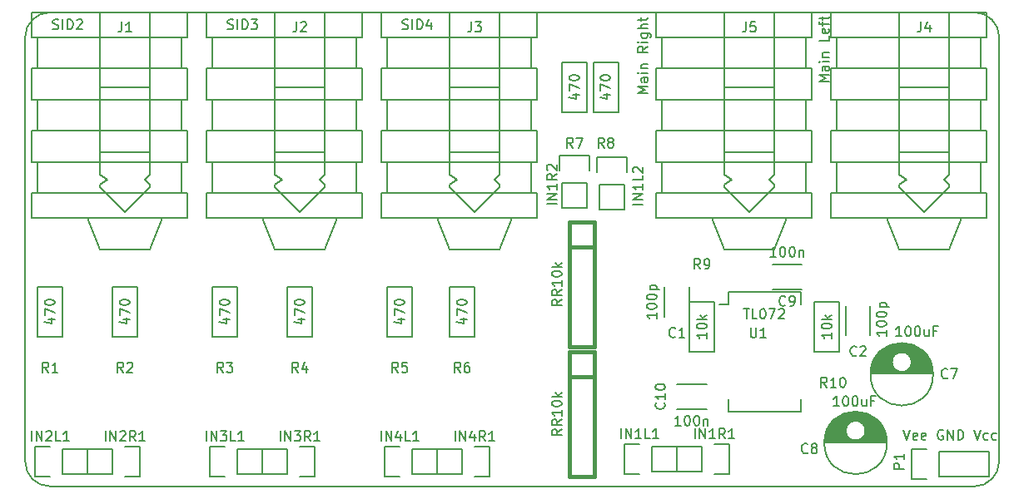
<source format=gbr>
G04 #@! TF.FileFunction,Legend,Top*
%FSLAX46Y46*%
G04 Gerber Fmt 4.6, Leading zero omitted, Abs format (unit mm)*
G04 Created by KiCad (PCBNEW 4.0.2-4+6225~38~ubuntu14.04.1-stable) date mer. 25 mai 2016 20:50:44 CEST*
%MOMM*%
G01*
G04 APERTURE LIST*
%ADD10C,0.100000*%
%ADD11C,0.150000*%
%ADD12C,0.381000*%
%ADD13C,0.200660*%
G04 APERTURE END LIST*
D10*
D11*
X104140000Y-132080000D02*
G75*
G03X106680000Y-134620000I2540000J0D01*
G01*
X200660000Y-134620000D02*
G75*
G03X203200000Y-132080000I0J2540000D01*
G01*
X203200000Y-88900000D02*
G75*
G03X200660000Y-86360000I-2540000J0D01*
G01*
X106680000Y-86360000D02*
G75*
G03X104140000Y-88900000I0J-2540000D01*
G01*
X104140000Y-132080000D02*
X104140000Y-88900000D01*
X200660000Y-134620000D02*
X106680000Y-134620000D01*
X203200000Y-88900000D02*
X203200000Y-132080000D01*
X106680000Y-86360000D02*
X200660000Y-86360000D01*
D12*
X162052000Y-123444000D02*
X159512000Y-123444000D01*
X162052000Y-120904000D02*
X159512000Y-120904000D01*
X159512000Y-120904000D02*
X159512000Y-133604000D01*
X159512000Y-133604000D02*
X162052000Y-133604000D01*
X162052000Y-133604000D02*
X162052000Y-120904000D01*
D11*
X120015000Y-92075000D02*
X120015000Y-88900000D01*
X120650000Y-88900000D02*
X120650000Y-86360000D01*
X111760000Y-93980000D02*
X116840000Y-93980000D01*
X111760000Y-100584000D02*
X116840000Y-100584000D01*
X116840000Y-102870000D02*
X116332000Y-103378000D01*
X116332000Y-103378000D02*
X116840000Y-103886000D01*
X116840000Y-104140000D02*
X116840000Y-103886000D01*
X111760000Y-104140000D02*
X111760000Y-103886000D01*
X116840000Y-102870000D02*
X116840000Y-86360000D01*
X111760000Y-104140000D02*
X114300000Y-106680000D01*
X114300000Y-106680000D02*
X116840000Y-104140000D01*
X111760000Y-102870000D02*
X112522000Y-103378000D01*
X112522000Y-103378000D02*
X111760000Y-103886000D01*
X111760000Y-86360000D02*
X111760000Y-102870000D01*
X120650000Y-95250000D02*
X120650000Y-92075000D01*
X120015000Y-98425000D02*
X120015000Y-95250000D01*
X120650000Y-101600000D02*
X120650000Y-98425000D01*
X120015000Y-104775000D02*
X120015000Y-101600000D01*
X120650000Y-107315000D02*
X120650000Y-104775000D01*
X104775000Y-104775000D02*
X104775000Y-107315000D01*
X105410000Y-101600000D02*
X105410000Y-104775000D01*
X105410000Y-98425000D02*
X104775000Y-98425000D01*
X104775000Y-98425000D02*
X104775000Y-101600000D01*
X105410000Y-95250000D02*
X105410000Y-98425000D01*
X104775000Y-92075000D02*
X104775000Y-95250000D01*
X105410000Y-88900000D02*
X105410000Y-92075000D01*
X104775000Y-86360000D02*
X104775000Y-88900000D01*
X104775000Y-104775000D02*
X120650000Y-104775000D01*
X104775000Y-101600000D02*
X120650000Y-101600000D01*
X104775000Y-98425000D02*
X120650000Y-98425000D01*
X104775000Y-95250000D02*
X120650000Y-95250000D01*
X104775000Y-92075000D02*
X120650000Y-92075000D01*
X104775000Y-88900000D02*
X120650000Y-88900000D01*
X116840000Y-110490000D02*
X118110000Y-107315000D01*
X111760000Y-110490000D02*
X110490000Y-107315000D01*
X111760000Y-110490000D02*
X116840000Y-110490000D01*
X104775000Y-86360000D02*
X120650000Y-86360000D01*
X120650000Y-107315000D02*
X104775000Y-107315000D01*
X137795000Y-92075000D02*
X137795000Y-88900000D01*
X138430000Y-88900000D02*
X138430000Y-86360000D01*
X129540000Y-93980000D02*
X134620000Y-93980000D01*
X129540000Y-100584000D02*
X134620000Y-100584000D01*
X134620000Y-102870000D02*
X134112000Y-103378000D01*
X134112000Y-103378000D02*
X134620000Y-103886000D01*
X134620000Y-104140000D02*
X134620000Y-103886000D01*
X129540000Y-104140000D02*
X129540000Y-103886000D01*
X134620000Y-102870000D02*
X134620000Y-86360000D01*
X129540000Y-104140000D02*
X132080000Y-106680000D01*
X132080000Y-106680000D02*
X134620000Y-104140000D01*
X129540000Y-102870000D02*
X130302000Y-103378000D01*
X130302000Y-103378000D02*
X129540000Y-103886000D01*
X129540000Y-86360000D02*
X129540000Y-102870000D01*
X138430000Y-95250000D02*
X138430000Y-92075000D01*
X137795000Y-98425000D02*
X137795000Y-95250000D01*
X138430000Y-101600000D02*
X138430000Y-98425000D01*
X137795000Y-104775000D02*
X137795000Y-101600000D01*
X138430000Y-107315000D02*
X138430000Y-104775000D01*
X122555000Y-104775000D02*
X122555000Y-107315000D01*
X123190000Y-101600000D02*
X123190000Y-104775000D01*
X123190000Y-98425000D02*
X122555000Y-98425000D01*
X122555000Y-98425000D02*
X122555000Y-101600000D01*
X123190000Y-95250000D02*
X123190000Y-98425000D01*
X122555000Y-92075000D02*
X122555000Y-95250000D01*
X123190000Y-88900000D02*
X123190000Y-92075000D01*
X122555000Y-86360000D02*
X122555000Y-88900000D01*
X122555000Y-104775000D02*
X138430000Y-104775000D01*
X122555000Y-101600000D02*
X138430000Y-101600000D01*
X122555000Y-98425000D02*
X138430000Y-98425000D01*
X122555000Y-95250000D02*
X138430000Y-95250000D01*
X122555000Y-92075000D02*
X138430000Y-92075000D01*
X122555000Y-88900000D02*
X138430000Y-88900000D01*
X134620000Y-110490000D02*
X135890000Y-107315000D01*
X129540000Y-110490000D02*
X128270000Y-107315000D01*
X129540000Y-110490000D02*
X134620000Y-110490000D01*
X122555000Y-86360000D02*
X138430000Y-86360000D01*
X138430000Y-107315000D02*
X122555000Y-107315000D01*
X155575000Y-92075000D02*
X155575000Y-88900000D01*
X156210000Y-88900000D02*
X156210000Y-86360000D01*
X147320000Y-93980000D02*
X152400000Y-93980000D01*
X147320000Y-100584000D02*
X152400000Y-100584000D01*
X152400000Y-102870000D02*
X151892000Y-103378000D01*
X151892000Y-103378000D02*
X152400000Y-103886000D01*
X152400000Y-104140000D02*
X152400000Y-103886000D01*
X147320000Y-104140000D02*
X147320000Y-103886000D01*
X152400000Y-102870000D02*
X152400000Y-86360000D01*
X147320000Y-104140000D02*
X149860000Y-106680000D01*
X149860000Y-106680000D02*
X152400000Y-104140000D01*
X147320000Y-102870000D02*
X148082000Y-103378000D01*
X148082000Y-103378000D02*
X147320000Y-103886000D01*
X147320000Y-86360000D02*
X147320000Y-102870000D01*
X156210000Y-95250000D02*
X156210000Y-92075000D01*
X155575000Y-98425000D02*
X155575000Y-95250000D01*
X156210000Y-101600000D02*
X156210000Y-98425000D01*
X155575000Y-104775000D02*
X155575000Y-101600000D01*
X156210000Y-107315000D02*
X156210000Y-104775000D01*
X140335000Y-104775000D02*
X140335000Y-107315000D01*
X140970000Y-101600000D02*
X140970000Y-104775000D01*
X140970000Y-98425000D02*
X140335000Y-98425000D01*
X140335000Y-98425000D02*
X140335000Y-101600000D01*
X140970000Y-95250000D02*
X140970000Y-98425000D01*
X140335000Y-92075000D02*
X140335000Y-95250000D01*
X140970000Y-88900000D02*
X140970000Y-92075000D01*
X140335000Y-86360000D02*
X140335000Y-88900000D01*
X140335000Y-104775000D02*
X156210000Y-104775000D01*
X140335000Y-101600000D02*
X156210000Y-101600000D01*
X140335000Y-98425000D02*
X156210000Y-98425000D01*
X140335000Y-95250000D02*
X156210000Y-95250000D01*
X140335000Y-92075000D02*
X156210000Y-92075000D01*
X140335000Y-88900000D02*
X156210000Y-88900000D01*
X152400000Y-110490000D02*
X153670000Y-107315000D01*
X147320000Y-110490000D02*
X146050000Y-107315000D01*
X147320000Y-110490000D02*
X152400000Y-110490000D01*
X140335000Y-86360000D02*
X156210000Y-86360000D01*
X156210000Y-107315000D02*
X140335000Y-107315000D01*
X201295000Y-92075000D02*
X201295000Y-88900000D01*
X201930000Y-88900000D02*
X201930000Y-86360000D01*
X193040000Y-93980000D02*
X198120000Y-93980000D01*
X193040000Y-100584000D02*
X198120000Y-100584000D01*
X198120000Y-102870000D02*
X197612000Y-103378000D01*
X197612000Y-103378000D02*
X198120000Y-103886000D01*
X198120000Y-104140000D02*
X198120000Y-103886000D01*
X193040000Y-104140000D02*
X193040000Y-103886000D01*
X198120000Y-102870000D02*
X198120000Y-86360000D01*
X193040000Y-104140000D02*
X195580000Y-106680000D01*
X195580000Y-106680000D02*
X198120000Y-104140000D01*
X193040000Y-102870000D02*
X193802000Y-103378000D01*
X193802000Y-103378000D02*
X193040000Y-103886000D01*
X193040000Y-86360000D02*
X193040000Y-102870000D01*
X201930000Y-95250000D02*
X201930000Y-92075000D01*
X201295000Y-98425000D02*
X201295000Y-95250000D01*
X201930000Y-101600000D02*
X201930000Y-98425000D01*
X201295000Y-104775000D02*
X201295000Y-101600000D01*
X201930000Y-107315000D02*
X201930000Y-104775000D01*
X186055000Y-104775000D02*
X186055000Y-107315000D01*
X186690000Y-101600000D02*
X186690000Y-104775000D01*
X186690000Y-98425000D02*
X186055000Y-98425000D01*
X186055000Y-98425000D02*
X186055000Y-101600000D01*
X186690000Y-95250000D02*
X186690000Y-98425000D01*
X186055000Y-92075000D02*
X186055000Y-95250000D01*
X186690000Y-88900000D02*
X186690000Y-92075000D01*
X186055000Y-86360000D02*
X186055000Y-88900000D01*
X186055000Y-104775000D02*
X201930000Y-104775000D01*
X186055000Y-101600000D02*
X201930000Y-101600000D01*
X186055000Y-98425000D02*
X201930000Y-98425000D01*
X186055000Y-95250000D02*
X201930000Y-95250000D01*
X186055000Y-92075000D02*
X201930000Y-92075000D01*
X186055000Y-88900000D02*
X201930000Y-88900000D01*
X198120000Y-110490000D02*
X199390000Y-107315000D01*
X193040000Y-110490000D02*
X191770000Y-107315000D01*
X193040000Y-110490000D02*
X198120000Y-110490000D01*
X186055000Y-86360000D02*
X201930000Y-86360000D01*
X201930000Y-107315000D02*
X186055000Y-107315000D01*
X183515000Y-92075000D02*
X183515000Y-88900000D01*
X184150000Y-88900000D02*
X184150000Y-86360000D01*
X175260000Y-93980000D02*
X180340000Y-93980000D01*
X175260000Y-100584000D02*
X180340000Y-100584000D01*
X180340000Y-102870000D02*
X179832000Y-103378000D01*
X179832000Y-103378000D02*
X180340000Y-103886000D01*
X180340000Y-104140000D02*
X180340000Y-103886000D01*
X175260000Y-104140000D02*
X175260000Y-103886000D01*
X180340000Y-102870000D02*
X180340000Y-86360000D01*
X175260000Y-104140000D02*
X177800000Y-106680000D01*
X177800000Y-106680000D02*
X180340000Y-104140000D01*
X175260000Y-102870000D02*
X176022000Y-103378000D01*
X176022000Y-103378000D02*
X175260000Y-103886000D01*
X175260000Y-86360000D02*
X175260000Y-102870000D01*
X184150000Y-95250000D02*
X184150000Y-92075000D01*
X183515000Y-98425000D02*
X183515000Y-95250000D01*
X184150000Y-101600000D02*
X184150000Y-98425000D01*
X183515000Y-104775000D02*
X183515000Y-101600000D01*
X184150000Y-107315000D02*
X184150000Y-104775000D01*
X168275000Y-104775000D02*
X168275000Y-107315000D01*
X168910000Y-101600000D02*
X168910000Y-104775000D01*
X168910000Y-98425000D02*
X168275000Y-98425000D01*
X168275000Y-98425000D02*
X168275000Y-101600000D01*
X168910000Y-95250000D02*
X168910000Y-98425000D01*
X168275000Y-92075000D02*
X168275000Y-95250000D01*
X168910000Y-88900000D02*
X168910000Y-92075000D01*
X168275000Y-86360000D02*
X168275000Y-88900000D01*
X168275000Y-104775000D02*
X184150000Y-104775000D01*
X168275000Y-101600000D02*
X184150000Y-101600000D01*
X168275000Y-98425000D02*
X184150000Y-98425000D01*
X168275000Y-95250000D02*
X184150000Y-95250000D01*
X168275000Y-92075000D02*
X184150000Y-92075000D01*
X168275000Y-88900000D02*
X184150000Y-88900000D01*
X180340000Y-110490000D02*
X181610000Y-107315000D01*
X175260000Y-110490000D02*
X173990000Y-107315000D01*
X175260000Y-110490000D02*
X180340000Y-110490000D01*
X168275000Y-86360000D02*
X184150000Y-86360000D01*
X184150000Y-107315000D02*
X168275000Y-107315000D01*
X169184000Y-117344000D02*
X169184000Y-114344000D01*
X171684000Y-114344000D02*
X171684000Y-117344000D01*
X187599000Y-119249000D02*
X187599000Y-116249000D01*
X190099000Y-116249000D02*
X190099000Y-119249000D01*
X167894000Y-130556000D02*
X170434000Y-130556000D01*
X165074000Y-130276000D02*
X166624000Y-130276000D01*
X167894000Y-130556000D02*
X167894000Y-133096000D01*
X166624000Y-133376000D02*
X165074000Y-133376000D01*
X165074000Y-133376000D02*
X165074000Y-130276000D01*
X167894000Y-133096000D02*
X170434000Y-133096000D01*
X170434000Y-133096000D02*
X170434000Y-130556000D01*
X172974000Y-133096000D02*
X170434000Y-133096000D01*
X175794000Y-133376000D02*
X174244000Y-133376000D01*
X172974000Y-133096000D02*
X172974000Y-130556000D01*
X174244000Y-130276000D02*
X175794000Y-130276000D01*
X175794000Y-130276000D02*
X175794000Y-133376000D01*
X172974000Y-130556000D02*
X170434000Y-130556000D01*
X170434000Y-130556000D02*
X170434000Y-133096000D01*
X107950000Y-130810000D02*
X110490000Y-130810000D01*
X105130000Y-130530000D02*
X106680000Y-130530000D01*
X107950000Y-130810000D02*
X107950000Y-133350000D01*
X106680000Y-133630000D02*
X105130000Y-133630000D01*
X105130000Y-133630000D02*
X105130000Y-130530000D01*
X107950000Y-133350000D02*
X110490000Y-133350000D01*
X110490000Y-133350000D02*
X110490000Y-130810000D01*
X113030000Y-133350000D02*
X110490000Y-133350000D01*
X115850000Y-133630000D02*
X114300000Y-133630000D01*
X113030000Y-133350000D02*
X113030000Y-130810000D01*
X114300000Y-130530000D02*
X115850000Y-130530000D01*
X115850000Y-130530000D02*
X115850000Y-133630000D01*
X113030000Y-130810000D02*
X110490000Y-130810000D01*
X110490000Y-130810000D02*
X110490000Y-133350000D01*
X125730000Y-130810000D02*
X128270000Y-130810000D01*
X122910000Y-130530000D02*
X124460000Y-130530000D01*
X125730000Y-130810000D02*
X125730000Y-133350000D01*
X124460000Y-133630000D02*
X122910000Y-133630000D01*
X122910000Y-133630000D02*
X122910000Y-130530000D01*
X125730000Y-133350000D02*
X128270000Y-133350000D01*
X128270000Y-133350000D02*
X128270000Y-130810000D01*
X130810000Y-133350000D02*
X128270000Y-133350000D01*
X133630000Y-133630000D02*
X132080000Y-133630000D01*
X130810000Y-133350000D02*
X130810000Y-130810000D01*
X132080000Y-130530000D02*
X133630000Y-130530000D01*
X133630000Y-130530000D02*
X133630000Y-133630000D01*
X130810000Y-130810000D02*
X128270000Y-130810000D01*
X128270000Y-130810000D02*
X128270000Y-133350000D01*
X143510000Y-130810000D02*
X146050000Y-130810000D01*
X140690000Y-130530000D02*
X142240000Y-130530000D01*
X143510000Y-130810000D02*
X143510000Y-133350000D01*
X142240000Y-133630000D02*
X140690000Y-133630000D01*
X140690000Y-133630000D02*
X140690000Y-130530000D01*
X143510000Y-133350000D02*
X146050000Y-133350000D01*
X146050000Y-133350000D02*
X146050000Y-130810000D01*
X148590000Y-133350000D02*
X146050000Y-133350000D01*
X151410000Y-133630000D02*
X149860000Y-133630000D01*
X148590000Y-133350000D02*
X148590000Y-130810000D01*
X149860000Y-130530000D02*
X151410000Y-130530000D01*
X151410000Y-130530000D02*
X151410000Y-133630000D01*
X148590000Y-130810000D02*
X146050000Y-130810000D01*
X146050000Y-130810000D02*
X146050000Y-133350000D01*
X105410000Y-119380000D02*
X105410000Y-114300000D01*
X105410000Y-114300000D02*
X107950000Y-114300000D01*
X107950000Y-114300000D02*
X107950000Y-119380000D01*
X107950000Y-119380000D02*
X105410000Y-119380000D01*
X113030000Y-119380000D02*
X113030000Y-114300000D01*
X113030000Y-114300000D02*
X115570000Y-114300000D01*
X115570000Y-114300000D02*
X115570000Y-119380000D01*
X115570000Y-119380000D02*
X113030000Y-119380000D01*
X123190000Y-119380000D02*
X123190000Y-114300000D01*
X123190000Y-114300000D02*
X125730000Y-114300000D01*
X125730000Y-114300000D02*
X125730000Y-119380000D01*
X125730000Y-119380000D02*
X123190000Y-119380000D01*
X130810000Y-119380000D02*
X130810000Y-114300000D01*
X130810000Y-114300000D02*
X133350000Y-114300000D01*
X133350000Y-114300000D02*
X133350000Y-119380000D01*
X133350000Y-119380000D02*
X130810000Y-119380000D01*
X140970000Y-119380000D02*
X140970000Y-114300000D01*
X140970000Y-114300000D02*
X143510000Y-114300000D01*
X143510000Y-114300000D02*
X143510000Y-119380000D01*
X143510000Y-119380000D02*
X140970000Y-119380000D01*
X147320000Y-119380000D02*
X147320000Y-114300000D01*
X147320000Y-114300000D02*
X149860000Y-114300000D01*
X149860000Y-114300000D02*
X149860000Y-119380000D01*
X149860000Y-119380000D02*
X147320000Y-119380000D01*
X158750000Y-96520000D02*
X158750000Y-91440000D01*
X158750000Y-91440000D02*
X161290000Y-91440000D01*
X161290000Y-91440000D02*
X161290000Y-96520000D01*
X161290000Y-96520000D02*
X158750000Y-96520000D01*
X161925000Y-96520000D02*
X161925000Y-91440000D01*
X161925000Y-91440000D02*
X164465000Y-91440000D01*
X164465000Y-91440000D02*
X164465000Y-96520000D01*
X164465000Y-96520000D02*
X161925000Y-96520000D01*
X171704000Y-120904000D02*
X171704000Y-115824000D01*
X171704000Y-115824000D02*
X174244000Y-115824000D01*
X174244000Y-115824000D02*
X174244000Y-120904000D01*
X174244000Y-120904000D02*
X171704000Y-120904000D01*
X184404000Y-120904000D02*
X184404000Y-115824000D01*
X184404000Y-115824000D02*
X186944000Y-115824000D01*
X186944000Y-115824000D02*
X186944000Y-120904000D01*
X186944000Y-120904000D02*
X184404000Y-120904000D01*
D12*
X162052000Y-110236000D02*
X159512000Y-110236000D01*
X162052000Y-107696000D02*
X159512000Y-107696000D01*
X159512000Y-107696000D02*
X159512000Y-120396000D01*
X159512000Y-120396000D02*
X162052000Y-120396000D01*
X162052000Y-120396000D02*
X162052000Y-107696000D01*
D11*
X175649000Y-114799000D02*
X175649000Y-116069000D01*
X182999000Y-114799000D02*
X182999000Y-116069000D01*
X182999000Y-127009000D02*
X182999000Y-125739000D01*
X175649000Y-127009000D02*
X175649000Y-125739000D01*
X175649000Y-114799000D02*
X182999000Y-114799000D01*
X175649000Y-127009000D02*
X182999000Y-127009000D01*
X175649000Y-116069000D02*
X174714000Y-116069000D01*
X190145000Y-123135000D02*
X196443000Y-123135000D01*
X190151000Y-122995000D02*
X196437000Y-122995000D01*
X190164000Y-122855000D02*
X192848000Y-122855000D01*
X193740000Y-122855000D02*
X196424000Y-122855000D01*
X190183000Y-122715000D02*
X192638000Y-122715000D01*
X193950000Y-122715000D02*
X196405000Y-122715000D01*
X190209000Y-122575000D02*
X192505000Y-122575000D01*
X194083000Y-122575000D02*
X196379000Y-122575000D01*
X190241000Y-122435000D02*
X192414000Y-122435000D01*
X194174000Y-122435000D02*
X196347000Y-122435000D01*
X190280000Y-122295000D02*
X192352000Y-122295000D01*
X194236000Y-122295000D02*
X196308000Y-122295000D01*
X190326000Y-122155000D02*
X192313000Y-122155000D01*
X194275000Y-122155000D02*
X196262000Y-122155000D01*
X190379000Y-122015000D02*
X192296000Y-122015000D01*
X194292000Y-122015000D02*
X196209000Y-122015000D01*
X190441000Y-121875000D02*
X192298000Y-121875000D01*
X194290000Y-121875000D02*
X196147000Y-121875000D01*
X190511000Y-121735000D02*
X192320000Y-121735000D01*
X194268000Y-121735000D02*
X196077000Y-121735000D01*
X190590000Y-121595000D02*
X192363000Y-121595000D01*
X194225000Y-121595000D02*
X195998000Y-121595000D01*
X190678000Y-121455000D02*
X192431000Y-121455000D01*
X194157000Y-121455000D02*
X195910000Y-121455000D01*
X190778000Y-121315000D02*
X192530000Y-121315000D01*
X194058000Y-121315000D02*
X195810000Y-121315000D01*
X190890000Y-121175000D02*
X192675000Y-121175000D01*
X193913000Y-121175000D02*
X195698000Y-121175000D01*
X191015000Y-121035000D02*
X192914000Y-121035000D01*
X193674000Y-121035000D02*
X195573000Y-121035000D01*
X191158000Y-120895000D02*
X195430000Y-120895000D01*
X191320000Y-120755000D02*
X195268000Y-120755000D01*
X191508000Y-120615000D02*
X195080000Y-120615000D01*
X191731000Y-120475000D02*
X194857000Y-120475000D01*
X192007000Y-120335000D02*
X194581000Y-120335000D01*
X192382000Y-120195000D02*
X194206000Y-120195000D01*
X194294000Y-121960000D02*
G75*
G03X194294000Y-121960000I-1000000J0D01*
G01*
X196481500Y-123210000D02*
G75*
G03X196481500Y-123210000I-3187500J0D01*
G01*
X185446000Y-130120000D02*
X191744000Y-130120000D01*
X185452000Y-129980000D02*
X191738000Y-129980000D01*
X185465000Y-129840000D02*
X188149000Y-129840000D01*
X189041000Y-129840000D02*
X191725000Y-129840000D01*
X185484000Y-129700000D02*
X187939000Y-129700000D01*
X189251000Y-129700000D02*
X191706000Y-129700000D01*
X185510000Y-129560000D02*
X187806000Y-129560000D01*
X189384000Y-129560000D02*
X191680000Y-129560000D01*
X185542000Y-129420000D02*
X187715000Y-129420000D01*
X189475000Y-129420000D02*
X191648000Y-129420000D01*
X185581000Y-129280000D02*
X187653000Y-129280000D01*
X189537000Y-129280000D02*
X191609000Y-129280000D01*
X185627000Y-129140000D02*
X187614000Y-129140000D01*
X189576000Y-129140000D02*
X191563000Y-129140000D01*
X185680000Y-129000000D02*
X187597000Y-129000000D01*
X189593000Y-129000000D02*
X191510000Y-129000000D01*
X185742000Y-128860000D02*
X187599000Y-128860000D01*
X189591000Y-128860000D02*
X191448000Y-128860000D01*
X185812000Y-128720000D02*
X187621000Y-128720000D01*
X189569000Y-128720000D02*
X191378000Y-128720000D01*
X185891000Y-128580000D02*
X187664000Y-128580000D01*
X189526000Y-128580000D02*
X191299000Y-128580000D01*
X185979000Y-128440000D02*
X187732000Y-128440000D01*
X189458000Y-128440000D02*
X191211000Y-128440000D01*
X186079000Y-128300000D02*
X187831000Y-128300000D01*
X189359000Y-128300000D02*
X191111000Y-128300000D01*
X186191000Y-128160000D02*
X187976000Y-128160000D01*
X189214000Y-128160000D02*
X190999000Y-128160000D01*
X186316000Y-128020000D02*
X188215000Y-128020000D01*
X188975000Y-128020000D02*
X190874000Y-128020000D01*
X186459000Y-127880000D02*
X190731000Y-127880000D01*
X186621000Y-127740000D02*
X190569000Y-127740000D01*
X186809000Y-127600000D02*
X190381000Y-127600000D01*
X187032000Y-127460000D02*
X190158000Y-127460000D01*
X187308000Y-127320000D02*
X189882000Y-127320000D01*
X187683000Y-127180000D02*
X189507000Y-127180000D01*
X189595000Y-128945000D02*
G75*
G03X189595000Y-128945000I-1000000J0D01*
G01*
X191782500Y-130195000D02*
G75*
G03X191782500Y-130195000I-3187500J0D01*
G01*
X183130000Y-114534000D02*
X180130000Y-114534000D01*
X180130000Y-112034000D02*
X183130000Y-112034000D01*
X170438000Y-124226000D02*
X173438000Y-124226000D01*
X173438000Y-126726000D02*
X170438000Y-126726000D01*
X197104000Y-133604000D02*
X202184000Y-133604000D01*
X202184000Y-133604000D02*
X202184000Y-131064000D01*
X202184000Y-131064000D02*
X197104000Y-131064000D01*
X194284000Y-130784000D02*
X195834000Y-130784000D01*
X197104000Y-131064000D02*
X197104000Y-133604000D01*
X195834000Y-133884000D02*
X194284000Y-133884000D01*
X194284000Y-133884000D02*
X194284000Y-130784000D01*
X165100000Y-103886000D02*
X165100000Y-106426000D01*
X165380000Y-101066000D02*
X165380000Y-102616000D01*
X165100000Y-103886000D02*
X162560000Y-103886000D01*
X162280000Y-102616000D02*
X162280000Y-101066000D01*
X162280000Y-101066000D02*
X165380000Y-101066000D01*
X162560000Y-103886000D02*
X162560000Y-106426000D01*
X162560000Y-106426000D02*
X165100000Y-106426000D01*
X161290000Y-103759000D02*
X161290000Y-106299000D01*
X161570000Y-100939000D02*
X161570000Y-102489000D01*
X161290000Y-103759000D02*
X158750000Y-103759000D01*
X158470000Y-102489000D02*
X158470000Y-100939000D01*
X158470000Y-100939000D02*
X161570000Y-100939000D01*
X158750000Y-103759000D02*
X158750000Y-106299000D01*
X158750000Y-106299000D02*
X161290000Y-106299000D01*
D13*
X158694725Y-128802795D02*
X158218172Y-129136382D01*
X158694725Y-129374658D02*
X157693965Y-129374658D01*
X157693965Y-128993416D01*
X157741620Y-128898105D01*
X157789275Y-128850450D01*
X157884586Y-128802795D01*
X158027551Y-128802795D01*
X158122862Y-128850450D01*
X158170517Y-128898105D01*
X158218172Y-128993416D01*
X158218172Y-129374658D01*
X158694725Y-127802035D02*
X158218172Y-128135622D01*
X158694725Y-128373898D02*
X157693965Y-128373898D01*
X157693965Y-127992656D01*
X157741620Y-127897345D01*
X157789275Y-127849690D01*
X157884586Y-127802035D01*
X158027551Y-127802035D01*
X158122862Y-127849690D01*
X158170517Y-127897345D01*
X158218172Y-127992656D01*
X158218172Y-128373898D01*
X158694725Y-126848930D02*
X158694725Y-127420793D01*
X158694725Y-127134862D02*
X157693965Y-127134862D01*
X157836930Y-127230172D01*
X157932241Y-127325483D01*
X157979896Y-127420793D01*
X157693965Y-126229412D02*
X157693965Y-126134101D01*
X157741620Y-126038791D01*
X157789275Y-125991136D01*
X157884586Y-125943480D01*
X158075207Y-125895825D01*
X158313483Y-125895825D01*
X158504104Y-125943480D01*
X158599414Y-125991136D01*
X158647070Y-126038791D01*
X158694725Y-126134101D01*
X158694725Y-126229412D01*
X158647070Y-126324722D01*
X158599414Y-126372378D01*
X158504104Y-126420033D01*
X158313483Y-126467688D01*
X158075207Y-126467688D01*
X157884586Y-126420033D01*
X157789275Y-126372378D01*
X157741620Y-126324722D01*
X157693965Y-126229412D01*
X158694725Y-125466928D02*
X157693965Y-125466928D01*
X158313483Y-125371617D02*
X158694725Y-125085686D01*
X158027551Y-125085686D02*
X158408793Y-125466928D01*
D11*
X113966667Y-87336381D02*
X113966667Y-88050667D01*
X113919047Y-88193524D01*
X113823809Y-88288762D01*
X113680952Y-88336381D01*
X113585714Y-88336381D01*
X114966667Y-88336381D02*
X114395238Y-88336381D01*
X114680952Y-88336381D02*
X114680952Y-87336381D01*
X114585714Y-87479238D01*
X114490476Y-87574476D01*
X114395238Y-87622095D01*
X106958000Y-88034762D02*
X107100857Y-88082381D01*
X107338953Y-88082381D01*
X107434191Y-88034762D01*
X107481810Y-87987143D01*
X107529429Y-87891905D01*
X107529429Y-87796667D01*
X107481810Y-87701429D01*
X107434191Y-87653810D01*
X107338953Y-87606190D01*
X107148476Y-87558571D01*
X107053238Y-87510952D01*
X107005619Y-87463333D01*
X106958000Y-87368095D01*
X106958000Y-87272857D01*
X107005619Y-87177619D01*
X107053238Y-87130000D01*
X107148476Y-87082381D01*
X107386572Y-87082381D01*
X107529429Y-87130000D01*
X107958000Y-88082381D02*
X107958000Y-87082381D01*
X108434190Y-88082381D02*
X108434190Y-87082381D01*
X108672285Y-87082381D01*
X108815143Y-87130000D01*
X108910381Y-87225238D01*
X108958000Y-87320476D01*
X109005619Y-87510952D01*
X109005619Y-87653810D01*
X108958000Y-87844286D01*
X108910381Y-87939524D01*
X108815143Y-88034762D01*
X108672285Y-88082381D01*
X108434190Y-88082381D01*
X109386571Y-87177619D02*
X109434190Y-87130000D01*
X109529428Y-87082381D01*
X109767524Y-87082381D01*
X109862762Y-87130000D01*
X109910381Y-87177619D01*
X109958000Y-87272857D01*
X109958000Y-87368095D01*
X109910381Y-87510952D01*
X109338952Y-88082381D01*
X109958000Y-88082381D01*
X131746667Y-87336381D02*
X131746667Y-88050667D01*
X131699047Y-88193524D01*
X131603809Y-88288762D01*
X131460952Y-88336381D01*
X131365714Y-88336381D01*
X132175238Y-87431619D02*
X132222857Y-87384000D01*
X132318095Y-87336381D01*
X132556191Y-87336381D01*
X132651429Y-87384000D01*
X132699048Y-87431619D01*
X132746667Y-87526857D01*
X132746667Y-87622095D01*
X132699048Y-87764952D01*
X132127619Y-88336381D01*
X132746667Y-88336381D01*
X124738000Y-88034762D02*
X124880857Y-88082381D01*
X125118953Y-88082381D01*
X125214191Y-88034762D01*
X125261810Y-87987143D01*
X125309429Y-87891905D01*
X125309429Y-87796667D01*
X125261810Y-87701429D01*
X125214191Y-87653810D01*
X125118953Y-87606190D01*
X124928476Y-87558571D01*
X124833238Y-87510952D01*
X124785619Y-87463333D01*
X124738000Y-87368095D01*
X124738000Y-87272857D01*
X124785619Y-87177619D01*
X124833238Y-87130000D01*
X124928476Y-87082381D01*
X125166572Y-87082381D01*
X125309429Y-87130000D01*
X125738000Y-88082381D02*
X125738000Y-87082381D01*
X126214190Y-88082381D02*
X126214190Y-87082381D01*
X126452285Y-87082381D01*
X126595143Y-87130000D01*
X126690381Y-87225238D01*
X126738000Y-87320476D01*
X126785619Y-87510952D01*
X126785619Y-87653810D01*
X126738000Y-87844286D01*
X126690381Y-87939524D01*
X126595143Y-88034762D01*
X126452285Y-88082381D01*
X126214190Y-88082381D01*
X127118952Y-87082381D02*
X127738000Y-87082381D01*
X127404666Y-87463333D01*
X127547524Y-87463333D01*
X127642762Y-87510952D01*
X127690381Y-87558571D01*
X127738000Y-87653810D01*
X127738000Y-87891905D01*
X127690381Y-87987143D01*
X127642762Y-88034762D01*
X127547524Y-88082381D01*
X127261809Y-88082381D01*
X127166571Y-88034762D01*
X127118952Y-87987143D01*
X149526667Y-87336381D02*
X149526667Y-88050667D01*
X149479047Y-88193524D01*
X149383809Y-88288762D01*
X149240952Y-88336381D01*
X149145714Y-88336381D01*
X149907619Y-87336381D02*
X150526667Y-87336381D01*
X150193333Y-87717333D01*
X150336191Y-87717333D01*
X150431429Y-87764952D01*
X150479048Y-87812571D01*
X150526667Y-87907810D01*
X150526667Y-88145905D01*
X150479048Y-88241143D01*
X150431429Y-88288762D01*
X150336191Y-88336381D01*
X150050476Y-88336381D01*
X149955238Y-88288762D01*
X149907619Y-88241143D01*
X142518000Y-88034762D02*
X142660857Y-88082381D01*
X142898953Y-88082381D01*
X142994191Y-88034762D01*
X143041810Y-87987143D01*
X143089429Y-87891905D01*
X143089429Y-87796667D01*
X143041810Y-87701429D01*
X142994191Y-87653810D01*
X142898953Y-87606190D01*
X142708476Y-87558571D01*
X142613238Y-87510952D01*
X142565619Y-87463333D01*
X142518000Y-87368095D01*
X142518000Y-87272857D01*
X142565619Y-87177619D01*
X142613238Y-87130000D01*
X142708476Y-87082381D01*
X142946572Y-87082381D01*
X143089429Y-87130000D01*
X143518000Y-88082381D02*
X143518000Y-87082381D01*
X143994190Y-88082381D02*
X143994190Y-87082381D01*
X144232285Y-87082381D01*
X144375143Y-87130000D01*
X144470381Y-87225238D01*
X144518000Y-87320476D01*
X144565619Y-87510952D01*
X144565619Y-87653810D01*
X144518000Y-87844286D01*
X144470381Y-87939524D01*
X144375143Y-88034762D01*
X144232285Y-88082381D01*
X143994190Y-88082381D01*
X145422762Y-87415714D02*
X145422762Y-88082381D01*
X145184666Y-87034762D02*
X144946571Y-87749048D01*
X145565619Y-87749048D01*
X195246667Y-87336381D02*
X195246667Y-88050667D01*
X195199047Y-88193524D01*
X195103809Y-88288762D01*
X194960952Y-88336381D01*
X194865714Y-88336381D01*
X196151429Y-87669714D02*
X196151429Y-88336381D01*
X195913333Y-87288762D02*
X195675238Y-88003048D01*
X196294286Y-88003048D01*
X185872381Y-93431905D02*
X184872381Y-93431905D01*
X185586667Y-93098571D01*
X184872381Y-92765238D01*
X185872381Y-92765238D01*
X185872381Y-91860476D02*
X185348571Y-91860476D01*
X185253333Y-91908095D01*
X185205714Y-92003333D01*
X185205714Y-92193810D01*
X185253333Y-92289048D01*
X185824762Y-91860476D02*
X185872381Y-91955714D01*
X185872381Y-92193810D01*
X185824762Y-92289048D01*
X185729524Y-92336667D01*
X185634286Y-92336667D01*
X185539048Y-92289048D01*
X185491429Y-92193810D01*
X185491429Y-91955714D01*
X185443810Y-91860476D01*
X185872381Y-91384286D02*
X185205714Y-91384286D01*
X184872381Y-91384286D02*
X184920000Y-91431905D01*
X184967619Y-91384286D01*
X184920000Y-91336667D01*
X184872381Y-91384286D01*
X184967619Y-91384286D01*
X185205714Y-90908096D02*
X185872381Y-90908096D01*
X185300952Y-90908096D02*
X185253333Y-90860477D01*
X185205714Y-90765239D01*
X185205714Y-90622381D01*
X185253333Y-90527143D01*
X185348571Y-90479524D01*
X185872381Y-90479524D01*
X185872381Y-88765238D02*
X185872381Y-89241429D01*
X184872381Y-89241429D01*
X185824762Y-88050952D02*
X185872381Y-88146190D01*
X185872381Y-88336667D01*
X185824762Y-88431905D01*
X185729524Y-88479524D01*
X185348571Y-88479524D01*
X185253333Y-88431905D01*
X185205714Y-88336667D01*
X185205714Y-88146190D01*
X185253333Y-88050952D01*
X185348571Y-88003333D01*
X185443810Y-88003333D01*
X185539048Y-88479524D01*
X185205714Y-87717619D02*
X185205714Y-87336667D01*
X185872381Y-87574762D02*
X185015238Y-87574762D01*
X184920000Y-87527143D01*
X184872381Y-87431905D01*
X184872381Y-87336667D01*
X185205714Y-87146190D02*
X185205714Y-86765238D01*
X184872381Y-87003333D02*
X185729524Y-87003333D01*
X185824762Y-86955714D01*
X185872381Y-86860476D01*
X185872381Y-86765238D01*
X177466667Y-87336381D02*
X177466667Y-88050667D01*
X177419047Y-88193524D01*
X177323809Y-88288762D01*
X177180952Y-88336381D01*
X177085714Y-88336381D01*
X178419048Y-87336381D02*
X177942857Y-87336381D01*
X177895238Y-87812571D01*
X177942857Y-87764952D01*
X178038095Y-87717333D01*
X178276191Y-87717333D01*
X178371429Y-87764952D01*
X178419048Y-87812571D01*
X178466667Y-87907810D01*
X178466667Y-88145905D01*
X178419048Y-88241143D01*
X178371429Y-88288762D01*
X178276191Y-88336381D01*
X178038095Y-88336381D01*
X177942857Y-88288762D01*
X177895238Y-88241143D01*
X167457381Y-94590714D02*
X166457381Y-94590714D01*
X167171667Y-94257380D01*
X166457381Y-93924047D01*
X167457381Y-93924047D01*
X167457381Y-93019285D02*
X166933571Y-93019285D01*
X166838333Y-93066904D01*
X166790714Y-93162142D01*
X166790714Y-93352619D01*
X166838333Y-93447857D01*
X167409762Y-93019285D02*
X167457381Y-93114523D01*
X167457381Y-93352619D01*
X167409762Y-93447857D01*
X167314524Y-93495476D01*
X167219286Y-93495476D01*
X167124048Y-93447857D01*
X167076429Y-93352619D01*
X167076429Y-93114523D01*
X167028810Y-93019285D01*
X167457381Y-92543095D02*
X166790714Y-92543095D01*
X166457381Y-92543095D02*
X166505000Y-92590714D01*
X166552619Y-92543095D01*
X166505000Y-92495476D01*
X166457381Y-92543095D01*
X166552619Y-92543095D01*
X166790714Y-92066905D02*
X167457381Y-92066905D01*
X166885952Y-92066905D02*
X166838333Y-92019286D01*
X166790714Y-91924048D01*
X166790714Y-91781190D01*
X166838333Y-91685952D01*
X166933571Y-91638333D01*
X167457381Y-91638333D01*
X167457381Y-89828809D02*
X166981190Y-90162143D01*
X167457381Y-90400238D02*
X166457381Y-90400238D01*
X166457381Y-90019285D01*
X166505000Y-89924047D01*
X166552619Y-89876428D01*
X166647857Y-89828809D01*
X166790714Y-89828809D01*
X166885952Y-89876428D01*
X166933571Y-89924047D01*
X166981190Y-90019285D01*
X166981190Y-90400238D01*
X167457381Y-89400238D02*
X166790714Y-89400238D01*
X166457381Y-89400238D02*
X166505000Y-89447857D01*
X166552619Y-89400238D01*
X166505000Y-89352619D01*
X166457381Y-89400238D01*
X166552619Y-89400238D01*
X166790714Y-88495476D02*
X167600238Y-88495476D01*
X167695476Y-88543095D01*
X167743095Y-88590714D01*
X167790714Y-88685953D01*
X167790714Y-88828810D01*
X167743095Y-88924048D01*
X167409762Y-88495476D02*
X167457381Y-88590714D01*
X167457381Y-88781191D01*
X167409762Y-88876429D01*
X167362143Y-88924048D01*
X167266905Y-88971667D01*
X166981190Y-88971667D01*
X166885952Y-88924048D01*
X166838333Y-88876429D01*
X166790714Y-88781191D01*
X166790714Y-88590714D01*
X166838333Y-88495476D01*
X167457381Y-88019286D02*
X166457381Y-88019286D01*
X167457381Y-87590714D02*
X166933571Y-87590714D01*
X166838333Y-87638333D01*
X166790714Y-87733571D01*
X166790714Y-87876429D01*
X166838333Y-87971667D01*
X166885952Y-88019286D01*
X166790714Y-87257381D02*
X166790714Y-86876429D01*
X166457381Y-87114524D02*
X167314524Y-87114524D01*
X167409762Y-87066905D01*
X167457381Y-86971667D01*
X167457381Y-86876429D01*
X170267334Y-119356143D02*
X170219715Y-119403762D01*
X170076858Y-119451381D01*
X169981620Y-119451381D01*
X169838762Y-119403762D01*
X169743524Y-119308524D01*
X169695905Y-119213286D01*
X169648286Y-119022810D01*
X169648286Y-118879952D01*
X169695905Y-118689476D01*
X169743524Y-118594238D01*
X169838762Y-118499000D01*
X169981620Y-118451381D01*
X170076858Y-118451381D01*
X170219715Y-118499000D01*
X170267334Y-118546619D01*
X171219715Y-119451381D02*
X170648286Y-119451381D01*
X170934000Y-119451381D02*
X170934000Y-118451381D01*
X170838762Y-118594238D01*
X170743524Y-118689476D01*
X170648286Y-118737095D01*
X168346381Y-116943047D02*
X168346381Y-117514476D01*
X168346381Y-117228762D02*
X167346381Y-117228762D01*
X167489238Y-117324000D01*
X167584476Y-117419238D01*
X167632095Y-117514476D01*
X167346381Y-116324000D02*
X167346381Y-116228761D01*
X167394000Y-116133523D01*
X167441619Y-116085904D01*
X167536857Y-116038285D01*
X167727333Y-115990666D01*
X167965429Y-115990666D01*
X168155905Y-116038285D01*
X168251143Y-116085904D01*
X168298762Y-116133523D01*
X168346381Y-116228761D01*
X168346381Y-116324000D01*
X168298762Y-116419238D01*
X168251143Y-116466857D01*
X168155905Y-116514476D01*
X167965429Y-116562095D01*
X167727333Y-116562095D01*
X167536857Y-116514476D01*
X167441619Y-116466857D01*
X167394000Y-116419238D01*
X167346381Y-116324000D01*
X167346381Y-115371619D02*
X167346381Y-115276380D01*
X167394000Y-115181142D01*
X167441619Y-115133523D01*
X167536857Y-115085904D01*
X167727333Y-115038285D01*
X167965429Y-115038285D01*
X168155905Y-115085904D01*
X168251143Y-115133523D01*
X168298762Y-115181142D01*
X168346381Y-115276380D01*
X168346381Y-115371619D01*
X168298762Y-115466857D01*
X168251143Y-115514476D01*
X168155905Y-115562095D01*
X167965429Y-115609714D01*
X167727333Y-115609714D01*
X167536857Y-115562095D01*
X167441619Y-115514476D01*
X167394000Y-115466857D01*
X167346381Y-115371619D01*
X167679714Y-114609714D02*
X168679714Y-114609714D01*
X167727333Y-114609714D02*
X167679714Y-114514476D01*
X167679714Y-114323999D01*
X167727333Y-114228761D01*
X167774952Y-114181142D01*
X167870190Y-114133523D01*
X168155905Y-114133523D01*
X168251143Y-114181142D01*
X168298762Y-114228761D01*
X168346381Y-114323999D01*
X168346381Y-114514476D01*
X168298762Y-114609714D01*
X188682334Y-121261143D02*
X188634715Y-121308762D01*
X188491858Y-121356381D01*
X188396620Y-121356381D01*
X188253762Y-121308762D01*
X188158524Y-121213524D01*
X188110905Y-121118286D01*
X188063286Y-120927810D01*
X188063286Y-120784952D01*
X188110905Y-120594476D01*
X188158524Y-120499238D01*
X188253762Y-120404000D01*
X188396620Y-120356381D01*
X188491858Y-120356381D01*
X188634715Y-120404000D01*
X188682334Y-120451619D01*
X189063286Y-120451619D02*
X189110905Y-120404000D01*
X189206143Y-120356381D01*
X189444239Y-120356381D01*
X189539477Y-120404000D01*
X189587096Y-120451619D01*
X189634715Y-120546857D01*
X189634715Y-120642095D01*
X189587096Y-120784952D01*
X189015667Y-121356381D01*
X189634715Y-121356381D01*
X191714381Y-118721047D02*
X191714381Y-119292476D01*
X191714381Y-119006762D02*
X190714381Y-119006762D01*
X190857238Y-119102000D01*
X190952476Y-119197238D01*
X191000095Y-119292476D01*
X190714381Y-118102000D02*
X190714381Y-118006761D01*
X190762000Y-117911523D01*
X190809619Y-117863904D01*
X190904857Y-117816285D01*
X191095333Y-117768666D01*
X191333429Y-117768666D01*
X191523905Y-117816285D01*
X191619143Y-117863904D01*
X191666762Y-117911523D01*
X191714381Y-118006761D01*
X191714381Y-118102000D01*
X191666762Y-118197238D01*
X191619143Y-118244857D01*
X191523905Y-118292476D01*
X191333429Y-118340095D01*
X191095333Y-118340095D01*
X190904857Y-118292476D01*
X190809619Y-118244857D01*
X190762000Y-118197238D01*
X190714381Y-118102000D01*
X190714381Y-117149619D02*
X190714381Y-117054380D01*
X190762000Y-116959142D01*
X190809619Y-116911523D01*
X190904857Y-116863904D01*
X191095333Y-116816285D01*
X191333429Y-116816285D01*
X191523905Y-116863904D01*
X191619143Y-116911523D01*
X191666762Y-116959142D01*
X191714381Y-117054380D01*
X191714381Y-117149619D01*
X191666762Y-117244857D01*
X191619143Y-117292476D01*
X191523905Y-117340095D01*
X191333429Y-117387714D01*
X191095333Y-117387714D01*
X190904857Y-117340095D01*
X190809619Y-117292476D01*
X190762000Y-117244857D01*
X190714381Y-117149619D01*
X191047714Y-116387714D02*
X192047714Y-116387714D01*
X191095333Y-116387714D02*
X191047714Y-116292476D01*
X191047714Y-116101999D01*
X191095333Y-116006761D01*
X191142952Y-115959142D01*
X191238190Y-115911523D01*
X191523905Y-115911523D01*
X191619143Y-115959142D01*
X191666762Y-116006761D01*
X191714381Y-116101999D01*
X191714381Y-116292476D01*
X191666762Y-116387714D01*
X164743048Y-129738381D02*
X164743048Y-128738381D01*
X165219238Y-129738381D02*
X165219238Y-128738381D01*
X165790667Y-129738381D01*
X165790667Y-128738381D01*
X166790667Y-129738381D02*
X166219238Y-129738381D01*
X166504952Y-129738381D02*
X166504952Y-128738381D01*
X166409714Y-128881238D01*
X166314476Y-128976476D01*
X166219238Y-129024095D01*
X167695429Y-129738381D02*
X167219238Y-129738381D01*
X167219238Y-128738381D01*
X168552572Y-129738381D02*
X167981143Y-129738381D01*
X168266857Y-129738381D02*
X168266857Y-128738381D01*
X168171619Y-128881238D01*
X168076381Y-128976476D01*
X167981143Y-129024095D01*
X172267810Y-129738381D02*
X172267810Y-128738381D01*
X172744000Y-129738381D02*
X172744000Y-128738381D01*
X173315429Y-129738381D01*
X173315429Y-128738381D01*
X174315429Y-129738381D02*
X173744000Y-129738381D01*
X174029714Y-129738381D02*
X174029714Y-128738381D01*
X173934476Y-128881238D01*
X173839238Y-128976476D01*
X173744000Y-129024095D01*
X175315429Y-129738381D02*
X174982095Y-129262190D01*
X174744000Y-129738381D02*
X174744000Y-128738381D01*
X175124953Y-128738381D01*
X175220191Y-128786000D01*
X175267810Y-128833619D01*
X175315429Y-128928857D01*
X175315429Y-129071714D01*
X175267810Y-129166952D01*
X175220191Y-129214571D01*
X175124953Y-129262190D01*
X174744000Y-129262190D01*
X176267810Y-129738381D02*
X175696381Y-129738381D01*
X175982095Y-129738381D02*
X175982095Y-128738381D01*
X175886857Y-128881238D01*
X175791619Y-128976476D01*
X175696381Y-129024095D01*
X104799048Y-129992381D02*
X104799048Y-128992381D01*
X105275238Y-129992381D02*
X105275238Y-128992381D01*
X105846667Y-129992381D01*
X105846667Y-128992381D01*
X106275238Y-129087619D02*
X106322857Y-129040000D01*
X106418095Y-128992381D01*
X106656191Y-128992381D01*
X106751429Y-129040000D01*
X106799048Y-129087619D01*
X106846667Y-129182857D01*
X106846667Y-129278095D01*
X106799048Y-129420952D01*
X106227619Y-129992381D01*
X106846667Y-129992381D01*
X107751429Y-129992381D02*
X107275238Y-129992381D01*
X107275238Y-128992381D01*
X108608572Y-129992381D02*
X108037143Y-129992381D01*
X108322857Y-129992381D02*
X108322857Y-128992381D01*
X108227619Y-129135238D01*
X108132381Y-129230476D01*
X108037143Y-129278095D01*
X112323810Y-129992381D02*
X112323810Y-128992381D01*
X112800000Y-129992381D02*
X112800000Y-128992381D01*
X113371429Y-129992381D01*
X113371429Y-128992381D01*
X113800000Y-129087619D02*
X113847619Y-129040000D01*
X113942857Y-128992381D01*
X114180953Y-128992381D01*
X114276191Y-129040000D01*
X114323810Y-129087619D01*
X114371429Y-129182857D01*
X114371429Y-129278095D01*
X114323810Y-129420952D01*
X113752381Y-129992381D01*
X114371429Y-129992381D01*
X115371429Y-129992381D02*
X115038095Y-129516190D01*
X114800000Y-129992381D02*
X114800000Y-128992381D01*
X115180953Y-128992381D01*
X115276191Y-129040000D01*
X115323810Y-129087619D01*
X115371429Y-129182857D01*
X115371429Y-129325714D01*
X115323810Y-129420952D01*
X115276191Y-129468571D01*
X115180953Y-129516190D01*
X114800000Y-129516190D01*
X116323810Y-129992381D02*
X115752381Y-129992381D01*
X116038095Y-129992381D02*
X116038095Y-128992381D01*
X115942857Y-129135238D01*
X115847619Y-129230476D01*
X115752381Y-129278095D01*
X122579048Y-129992381D02*
X122579048Y-128992381D01*
X123055238Y-129992381D02*
X123055238Y-128992381D01*
X123626667Y-129992381D01*
X123626667Y-128992381D01*
X124007619Y-128992381D02*
X124626667Y-128992381D01*
X124293333Y-129373333D01*
X124436191Y-129373333D01*
X124531429Y-129420952D01*
X124579048Y-129468571D01*
X124626667Y-129563810D01*
X124626667Y-129801905D01*
X124579048Y-129897143D01*
X124531429Y-129944762D01*
X124436191Y-129992381D01*
X124150476Y-129992381D01*
X124055238Y-129944762D01*
X124007619Y-129897143D01*
X125531429Y-129992381D02*
X125055238Y-129992381D01*
X125055238Y-128992381D01*
X126388572Y-129992381D02*
X125817143Y-129992381D01*
X126102857Y-129992381D02*
X126102857Y-128992381D01*
X126007619Y-129135238D01*
X125912381Y-129230476D01*
X125817143Y-129278095D01*
X130103810Y-129992381D02*
X130103810Y-128992381D01*
X130580000Y-129992381D02*
X130580000Y-128992381D01*
X131151429Y-129992381D01*
X131151429Y-128992381D01*
X131532381Y-128992381D02*
X132151429Y-128992381D01*
X131818095Y-129373333D01*
X131960953Y-129373333D01*
X132056191Y-129420952D01*
X132103810Y-129468571D01*
X132151429Y-129563810D01*
X132151429Y-129801905D01*
X132103810Y-129897143D01*
X132056191Y-129944762D01*
X131960953Y-129992381D01*
X131675238Y-129992381D01*
X131580000Y-129944762D01*
X131532381Y-129897143D01*
X133151429Y-129992381D02*
X132818095Y-129516190D01*
X132580000Y-129992381D02*
X132580000Y-128992381D01*
X132960953Y-128992381D01*
X133056191Y-129040000D01*
X133103810Y-129087619D01*
X133151429Y-129182857D01*
X133151429Y-129325714D01*
X133103810Y-129420952D01*
X133056191Y-129468571D01*
X132960953Y-129516190D01*
X132580000Y-129516190D01*
X134103810Y-129992381D02*
X133532381Y-129992381D01*
X133818095Y-129992381D02*
X133818095Y-128992381D01*
X133722857Y-129135238D01*
X133627619Y-129230476D01*
X133532381Y-129278095D01*
X140359048Y-129992381D02*
X140359048Y-128992381D01*
X140835238Y-129992381D02*
X140835238Y-128992381D01*
X141406667Y-129992381D01*
X141406667Y-128992381D01*
X142311429Y-129325714D02*
X142311429Y-129992381D01*
X142073333Y-128944762D02*
X141835238Y-129659048D01*
X142454286Y-129659048D01*
X143311429Y-129992381D02*
X142835238Y-129992381D01*
X142835238Y-128992381D01*
X144168572Y-129992381D02*
X143597143Y-129992381D01*
X143882857Y-129992381D02*
X143882857Y-128992381D01*
X143787619Y-129135238D01*
X143692381Y-129230476D01*
X143597143Y-129278095D01*
X147883810Y-129992381D02*
X147883810Y-128992381D01*
X148360000Y-129992381D02*
X148360000Y-128992381D01*
X148931429Y-129992381D01*
X148931429Y-128992381D01*
X149836191Y-129325714D02*
X149836191Y-129992381D01*
X149598095Y-128944762D02*
X149360000Y-129659048D01*
X149979048Y-129659048D01*
X150931429Y-129992381D02*
X150598095Y-129516190D01*
X150360000Y-129992381D02*
X150360000Y-128992381D01*
X150740953Y-128992381D01*
X150836191Y-129040000D01*
X150883810Y-129087619D01*
X150931429Y-129182857D01*
X150931429Y-129325714D01*
X150883810Y-129420952D01*
X150836191Y-129468571D01*
X150740953Y-129516190D01*
X150360000Y-129516190D01*
X151883810Y-129992381D02*
X151312381Y-129992381D01*
X151598095Y-129992381D02*
X151598095Y-128992381D01*
X151502857Y-129135238D01*
X151407619Y-129230476D01*
X151312381Y-129278095D01*
X106513334Y-123007381D02*
X106180000Y-122531190D01*
X105941905Y-123007381D02*
X105941905Y-122007381D01*
X106322858Y-122007381D01*
X106418096Y-122055000D01*
X106465715Y-122102619D01*
X106513334Y-122197857D01*
X106513334Y-122340714D01*
X106465715Y-122435952D01*
X106418096Y-122483571D01*
X106322858Y-122531190D01*
X105941905Y-122531190D01*
X107465715Y-123007381D02*
X106894286Y-123007381D01*
X107180000Y-123007381D02*
X107180000Y-122007381D01*
X107084762Y-122150238D01*
X106989524Y-122245476D01*
X106894286Y-122293095D01*
X106465714Y-117601904D02*
X107132381Y-117601904D01*
X106084762Y-117840000D02*
X106799048Y-118078095D01*
X106799048Y-117459047D01*
X106132381Y-117173333D02*
X106132381Y-116506666D01*
X107132381Y-116935238D01*
X106132381Y-115935238D02*
X106132381Y-115839999D01*
X106180000Y-115744761D01*
X106227619Y-115697142D01*
X106322857Y-115649523D01*
X106513333Y-115601904D01*
X106751429Y-115601904D01*
X106941905Y-115649523D01*
X107037143Y-115697142D01*
X107084762Y-115744761D01*
X107132381Y-115839999D01*
X107132381Y-115935238D01*
X107084762Y-116030476D01*
X107037143Y-116078095D01*
X106941905Y-116125714D01*
X106751429Y-116173333D01*
X106513333Y-116173333D01*
X106322857Y-116125714D01*
X106227619Y-116078095D01*
X106180000Y-116030476D01*
X106132381Y-115935238D01*
X114133334Y-123007381D02*
X113800000Y-122531190D01*
X113561905Y-123007381D02*
X113561905Y-122007381D01*
X113942858Y-122007381D01*
X114038096Y-122055000D01*
X114085715Y-122102619D01*
X114133334Y-122197857D01*
X114133334Y-122340714D01*
X114085715Y-122435952D01*
X114038096Y-122483571D01*
X113942858Y-122531190D01*
X113561905Y-122531190D01*
X114514286Y-122102619D02*
X114561905Y-122055000D01*
X114657143Y-122007381D01*
X114895239Y-122007381D01*
X114990477Y-122055000D01*
X115038096Y-122102619D01*
X115085715Y-122197857D01*
X115085715Y-122293095D01*
X115038096Y-122435952D01*
X114466667Y-123007381D01*
X115085715Y-123007381D01*
X114085714Y-117601904D02*
X114752381Y-117601904D01*
X113704762Y-117840000D02*
X114419048Y-118078095D01*
X114419048Y-117459047D01*
X113752381Y-117173333D02*
X113752381Y-116506666D01*
X114752381Y-116935238D01*
X113752381Y-115935238D02*
X113752381Y-115839999D01*
X113800000Y-115744761D01*
X113847619Y-115697142D01*
X113942857Y-115649523D01*
X114133333Y-115601904D01*
X114371429Y-115601904D01*
X114561905Y-115649523D01*
X114657143Y-115697142D01*
X114704762Y-115744761D01*
X114752381Y-115839999D01*
X114752381Y-115935238D01*
X114704762Y-116030476D01*
X114657143Y-116078095D01*
X114561905Y-116125714D01*
X114371429Y-116173333D01*
X114133333Y-116173333D01*
X113942857Y-116125714D01*
X113847619Y-116078095D01*
X113800000Y-116030476D01*
X113752381Y-115935238D01*
X124293334Y-123007381D02*
X123960000Y-122531190D01*
X123721905Y-123007381D02*
X123721905Y-122007381D01*
X124102858Y-122007381D01*
X124198096Y-122055000D01*
X124245715Y-122102619D01*
X124293334Y-122197857D01*
X124293334Y-122340714D01*
X124245715Y-122435952D01*
X124198096Y-122483571D01*
X124102858Y-122531190D01*
X123721905Y-122531190D01*
X124626667Y-122007381D02*
X125245715Y-122007381D01*
X124912381Y-122388333D01*
X125055239Y-122388333D01*
X125150477Y-122435952D01*
X125198096Y-122483571D01*
X125245715Y-122578810D01*
X125245715Y-122816905D01*
X125198096Y-122912143D01*
X125150477Y-122959762D01*
X125055239Y-123007381D01*
X124769524Y-123007381D01*
X124674286Y-122959762D01*
X124626667Y-122912143D01*
X124245714Y-117601904D02*
X124912381Y-117601904D01*
X123864762Y-117840000D02*
X124579048Y-118078095D01*
X124579048Y-117459047D01*
X123912381Y-117173333D02*
X123912381Y-116506666D01*
X124912381Y-116935238D01*
X123912381Y-115935238D02*
X123912381Y-115839999D01*
X123960000Y-115744761D01*
X124007619Y-115697142D01*
X124102857Y-115649523D01*
X124293333Y-115601904D01*
X124531429Y-115601904D01*
X124721905Y-115649523D01*
X124817143Y-115697142D01*
X124864762Y-115744761D01*
X124912381Y-115839999D01*
X124912381Y-115935238D01*
X124864762Y-116030476D01*
X124817143Y-116078095D01*
X124721905Y-116125714D01*
X124531429Y-116173333D01*
X124293333Y-116173333D01*
X124102857Y-116125714D01*
X124007619Y-116078095D01*
X123960000Y-116030476D01*
X123912381Y-115935238D01*
X131913334Y-123007381D02*
X131580000Y-122531190D01*
X131341905Y-123007381D02*
X131341905Y-122007381D01*
X131722858Y-122007381D01*
X131818096Y-122055000D01*
X131865715Y-122102619D01*
X131913334Y-122197857D01*
X131913334Y-122340714D01*
X131865715Y-122435952D01*
X131818096Y-122483571D01*
X131722858Y-122531190D01*
X131341905Y-122531190D01*
X132770477Y-122340714D02*
X132770477Y-123007381D01*
X132532381Y-121959762D02*
X132294286Y-122674048D01*
X132913334Y-122674048D01*
X131865714Y-117601904D02*
X132532381Y-117601904D01*
X131484762Y-117840000D02*
X132199048Y-118078095D01*
X132199048Y-117459047D01*
X131532381Y-117173333D02*
X131532381Y-116506666D01*
X132532381Y-116935238D01*
X131532381Y-115935238D02*
X131532381Y-115839999D01*
X131580000Y-115744761D01*
X131627619Y-115697142D01*
X131722857Y-115649523D01*
X131913333Y-115601904D01*
X132151429Y-115601904D01*
X132341905Y-115649523D01*
X132437143Y-115697142D01*
X132484762Y-115744761D01*
X132532381Y-115839999D01*
X132532381Y-115935238D01*
X132484762Y-116030476D01*
X132437143Y-116078095D01*
X132341905Y-116125714D01*
X132151429Y-116173333D01*
X131913333Y-116173333D01*
X131722857Y-116125714D01*
X131627619Y-116078095D01*
X131580000Y-116030476D01*
X131532381Y-115935238D01*
X142073334Y-123007381D02*
X141740000Y-122531190D01*
X141501905Y-123007381D02*
X141501905Y-122007381D01*
X141882858Y-122007381D01*
X141978096Y-122055000D01*
X142025715Y-122102619D01*
X142073334Y-122197857D01*
X142073334Y-122340714D01*
X142025715Y-122435952D01*
X141978096Y-122483571D01*
X141882858Y-122531190D01*
X141501905Y-122531190D01*
X142978096Y-122007381D02*
X142501905Y-122007381D01*
X142454286Y-122483571D01*
X142501905Y-122435952D01*
X142597143Y-122388333D01*
X142835239Y-122388333D01*
X142930477Y-122435952D01*
X142978096Y-122483571D01*
X143025715Y-122578810D01*
X143025715Y-122816905D01*
X142978096Y-122912143D01*
X142930477Y-122959762D01*
X142835239Y-123007381D01*
X142597143Y-123007381D01*
X142501905Y-122959762D01*
X142454286Y-122912143D01*
X142025714Y-117601904D02*
X142692381Y-117601904D01*
X141644762Y-117840000D02*
X142359048Y-118078095D01*
X142359048Y-117459047D01*
X141692381Y-117173333D02*
X141692381Y-116506666D01*
X142692381Y-116935238D01*
X141692381Y-115935238D02*
X141692381Y-115839999D01*
X141740000Y-115744761D01*
X141787619Y-115697142D01*
X141882857Y-115649523D01*
X142073333Y-115601904D01*
X142311429Y-115601904D01*
X142501905Y-115649523D01*
X142597143Y-115697142D01*
X142644762Y-115744761D01*
X142692381Y-115839999D01*
X142692381Y-115935238D01*
X142644762Y-116030476D01*
X142597143Y-116078095D01*
X142501905Y-116125714D01*
X142311429Y-116173333D01*
X142073333Y-116173333D01*
X141882857Y-116125714D01*
X141787619Y-116078095D01*
X141740000Y-116030476D01*
X141692381Y-115935238D01*
X148423334Y-123007381D02*
X148090000Y-122531190D01*
X147851905Y-123007381D02*
X147851905Y-122007381D01*
X148232858Y-122007381D01*
X148328096Y-122055000D01*
X148375715Y-122102619D01*
X148423334Y-122197857D01*
X148423334Y-122340714D01*
X148375715Y-122435952D01*
X148328096Y-122483571D01*
X148232858Y-122531190D01*
X147851905Y-122531190D01*
X149280477Y-122007381D02*
X149090000Y-122007381D01*
X148994762Y-122055000D01*
X148947143Y-122102619D01*
X148851905Y-122245476D01*
X148804286Y-122435952D01*
X148804286Y-122816905D01*
X148851905Y-122912143D01*
X148899524Y-122959762D01*
X148994762Y-123007381D01*
X149185239Y-123007381D01*
X149280477Y-122959762D01*
X149328096Y-122912143D01*
X149375715Y-122816905D01*
X149375715Y-122578810D01*
X149328096Y-122483571D01*
X149280477Y-122435952D01*
X149185239Y-122388333D01*
X148994762Y-122388333D01*
X148899524Y-122435952D01*
X148851905Y-122483571D01*
X148804286Y-122578810D01*
X148375714Y-117601904D02*
X149042381Y-117601904D01*
X147994762Y-117840000D02*
X148709048Y-118078095D01*
X148709048Y-117459047D01*
X148042381Y-117173333D02*
X148042381Y-116506666D01*
X149042381Y-116935238D01*
X148042381Y-115935238D02*
X148042381Y-115839999D01*
X148090000Y-115744761D01*
X148137619Y-115697142D01*
X148232857Y-115649523D01*
X148423333Y-115601904D01*
X148661429Y-115601904D01*
X148851905Y-115649523D01*
X148947143Y-115697142D01*
X148994762Y-115744761D01*
X149042381Y-115839999D01*
X149042381Y-115935238D01*
X148994762Y-116030476D01*
X148947143Y-116078095D01*
X148851905Y-116125714D01*
X148661429Y-116173333D01*
X148423333Y-116173333D01*
X148232857Y-116125714D01*
X148137619Y-116078095D01*
X148090000Y-116030476D01*
X148042381Y-115935238D01*
X159853334Y-100147381D02*
X159520000Y-99671190D01*
X159281905Y-100147381D02*
X159281905Y-99147381D01*
X159662858Y-99147381D01*
X159758096Y-99195000D01*
X159805715Y-99242619D01*
X159853334Y-99337857D01*
X159853334Y-99480714D01*
X159805715Y-99575952D01*
X159758096Y-99623571D01*
X159662858Y-99671190D01*
X159281905Y-99671190D01*
X160186667Y-99147381D02*
X160853334Y-99147381D01*
X160424762Y-100147381D01*
X159805714Y-94741904D02*
X160472381Y-94741904D01*
X159424762Y-94980000D02*
X160139048Y-95218095D01*
X160139048Y-94599047D01*
X159472381Y-94313333D02*
X159472381Y-93646666D01*
X160472381Y-94075238D01*
X159472381Y-93075238D02*
X159472381Y-92979999D01*
X159520000Y-92884761D01*
X159567619Y-92837142D01*
X159662857Y-92789523D01*
X159853333Y-92741904D01*
X160091429Y-92741904D01*
X160281905Y-92789523D01*
X160377143Y-92837142D01*
X160424762Y-92884761D01*
X160472381Y-92979999D01*
X160472381Y-93075238D01*
X160424762Y-93170476D01*
X160377143Y-93218095D01*
X160281905Y-93265714D01*
X160091429Y-93313333D01*
X159853333Y-93313333D01*
X159662857Y-93265714D01*
X159567619Y-93218095D01*
X159520000Y-93170476D01*
X159472381Y-93075238D01*
X163028334Y-100147381D02*
X162695000Y-99671190D01*
X162456905Y-100147381D02*
X162456905Y-99147381D01*
X162837858Y-99147381D01*
X162933096Y-99195000D01*
X162980715Y-99242619D01*
X163028334Y-99337857D01*
X163028334Y-99480714D01*
X162980715Y-99575952D01*
X162933096Y-99623571D01*
X162837858Y-99671190D01*
X162456905Y-99671190D01*
X163599762Y-99575952D02*
X163504524Y-99528333D01*
X163456905Y-99480714D01*
X163409286Y-99385476D01*
X163409286Y-99337857D01*
X163456905Y-99242619D01*
X163504524Y-99195000D01*
X163599762Y-99147381D01*
X163790239Y-99147381D01*
X163885477Y-99195000D01*
X163933096Y-99242619D01*
X163980715Y-99337857D01*
X163980715Y-99385476D01*
X163933096Y-99480714D01*
X163885477Y-99528333D01*
X163790239Y-99575952D01*
X163599762Y-99575952D01*
X163504524Y-99623571D01*
X163456905Y-99671190D01*
X163409286Y-99766429D01*
X163409286Y-99956905D01*
X163456905Y-100052143D01*
X163504524Y-100099762D01*
X163599762Y-100147381D01*
X163790239Y-100147381D01*
X163885477Y-100099762D01*
X163933096Y-100052143D01*
X163980715Y-99956905D01*
X163980715Y-99766429D01*
X163933096Y-99671190D01*
X163885477Y-99623571D01*
X163790239Y-99575952D01*
X162980714Y-94741904D02*
X163647381Y-94741904D01*
X162599762Y-94980000D02*
X163314048Y-95218095D01*
X163314048Y-94599047D01*
X162647381Y-94313333D02*
X162647381Y-93646666D01*
X163647381Y-94075238D01*
X162647381Y-93075238D02*
X162647381Y-92979999D01*
X162695000Y-92884761D01*
X162742619Y-92837142D01*
X162837857Y-92789523D01*
X163028333Y-92741904D01*
X163266429Y-92741904D01*
X163456905Y-92789523D01*
X163552143Y-92837142D01*
X163599762Y-92884761D01*
X163647381Y-92979999D01*
X163647381Y-93075238D01*
X163599762Y-93170476D01*
X163552143Y-93218095D01*
X163456905Y-93265714D01*
X163266429Y-93313333D01*
X163028333Y-93313333D01*
X162837857Y-93265714D01*
X162742619Y-93218095D01*
X162695000Y-93170476D01*
X162647381Y-93075238D01*
X172807334Y-112466381D02*
X172474000Y-111990190D01*
X172235905Y-112466381D02*
X172235905Y-111466381D01*
X172616858Y-111466381D01*
X172712096Y-111514000D01*
X172759715Y-111561619D01*
X172807334Y-111656857D01*
X172807334Y-111799714D01*
X172759715Y-111894952D01*
X172712096Y-111942571D01*
X172616858Y-111990190D01*
X172235905Y-111990190D01*
X173283524Y-112466381D02*
X173474000Y-112466381D01*
X173569239Y-112418762D01*
X173616858Y-112371143D01*
X173712096Y-112228286D01*
X173759715Y-112037810D01*
X173759715Y-111656857D01*
X173712096Y-111561619D01*
X173664477Y-111514000D01*
X173569239Y-111466381D01*
X173378762Y-111466381D01*
X173283524Y-111514000D01*
X173235905Y-111561619D01*
X173188286Y-111656857D01*
X173188286Y-111894952D01*
X173235905Y-111990190D01*
X173283524Y-112037810D01*
X173378762Y-112085429D01*
X173569239Y-112085429D01*
X173664477Y-112037810D01*
X173712096Y-111990190D01*
X173759715Y-111894952D01*
X173426381Y-118959238D02*
X173426381Y-119530667D01*
X173426381Y-119244953D02*
X172426381Y-119244953D01*
X172569238Y-119340191D01*
X172664476Y-119435429D01*
X172712095Y-119530667D01*
X172426381Y-118340191D02*
X172426381Y-118244952D01*
X172474000Y-118149714D01*
X172521619Y-118102095D01*
X172616857Y-118054476D01*
X172807333Y-118006857D01*
X173045429Y-118006857D01*
X173235905Y-118054476D01*
X173331143Y-118102095D01*
X173378762Y-118149714D01*
X173426381Y-118244952D01*
X173426381Y-118340191D01*
X173378762Y-118435429D01*
X173331143Y-118483048D01*
X173235905Y-118530667D01*
X173045429Y-118578286D01*
X172807333Y-118578286D01*
X172616857Y-118530667D01*
X172521619Y-118483048D01*
X172474000Y-118435429D01*
X172426381Y-118340191D01*
X173426381Y-117578286D02*
X172426381Y-117578286D01*
X173045429Y-117483048D02*
X173426381Y-117197333D01*
X172759714Y-117197333D02*
X173140667Y-117578286D01*
X185666143Y-124531381D02*
X185332809Y-124055190D01*
X185094714Y-124531381D02*
X185094714Y-123531381D01*
X185475667Y-123531381D01*
X185570905Y-123579000D01*
X185618524Y-123626619D01*
X185666143Y-123721857D01*
X185666143Y-123864714D01*
X185618524Y-123959952D01*
X185570905Y-124007571D01*
X185475667Y-124055190D01*
X185094714Y-124055190D01*
X186618524Y-124531381D02*
X186047095Y-124531381D01*
X186332809Y-124531381D02*
X186332809Y-123531381D01*
X186237571Y-123674238D01*
X186142333Y-123769476D01*
X186047095Y-123817095D01*
X187237571Y-123531381D02*
X187332810Y-123531381D01*
X187428048Y-123579000D01*
X187475667Y-123626619D01*
X187523286Y-123721857D01*
X187570905Y-123912333D01*
X187570905Y-124150429D01*
X187523286Y-124340905D01*
X187475667Y-124436143D01*
X187428048Y-124483762D01*
X187332810Y-124531381D01*
X187237571Y-124531381D01*
X187142333Y-124483762D01*
X187094714Y-124436143D01*
X187047095Y-124340905D01*
X186999476Y-124150429D01*
X186999476Y-123912333D01*
X187047095Y-123721857D01*
X187094714Y-123626619D01*
X187142333Y-123579000D01*
X187237571Y-123531381D01*
X186126381Y-118959238D02*
X186126381Y-119530667D01*
X186126381Y-119244953D02*
X185126381Y-119244953D01*
X185269238Y-119340191D01*
X185364476Y-119435429D01*
X185412095Y-119530667D01*
X185126381Y-118340191D02*
X185126381Y-118244952D01*
X185174000Y-118149714D01*
X185221619Y-118102095D01*
X185316857Y-118054476D01*
X185507333Y-118006857D01*
X185745429Y-118006857D01*
X185935905Y-118054476D01*
X186031143Y-118102095D01*
X186078762Y-118149714D01*
X186126381Y-118244952D01*
X186126381Y-118340191D01*
X186078762Y-118435429D01*
X186031143Y-118483048D01*
X185935905Y-118530667D01*
X185745429Y-118578286D01*
X185507333Y-118578286D01*
X185316857Y-118530667D01*
X185221619Y-118483048D01*
X185174000Y-118435429D01*
X185126381Y-118340191D01*
X186126381Y-117578286D02*
X185126381Y-117578286D01*
X185745429Y-117483048D02*
X186126381Y-117197333D01*
X185459714Y-117197333D02*
X185840667Y-117578286D01*
D13*
X158694725Y-115594795D02*
X158218172Y-115928382D01*
X158694725Y-116166658D02*
X157693965Y-116166658D01*
X157693965Y-115785416D01*
X157741620Y-115690105D01*
X157789275Y-115642450D01*
X157884586Y-115594795D01*
X158027551Y-115594795D01*
X158122862Y-115642450D01*
X158170517Y-115690105D01*
X158218172Y-115785416D01*
X158218172Y-116166658D01*
X158694725Y-114594035D02*
X158218172Y-114927622D01*
X158694725Y-115165898D02*
X157693965Y-115165898D01*
X157693965Y-114784656D01*
X157741620Y-114689345D01*
X157789275Y-114641690D01*
X157884586Y-114594035D01*
X158027551Y-114594035D01*
X158122862Y-114641690D01*
X158170517Y-114689345D01*
X158218172Y-114784656D01*
X158218172Y-115165898D01*
X158694725Y-113640930D02*
X158694725Y-114212793D01*
X158694725Y-113926862D02*
X157693965Y-113926862D01*
X157836930Y-114022172D01*
X157932241Y-114117483D01*
X157979896Y-114212793D01*
X157693965Y-113021412D02*
X157693965Y-112926101D01*
X157741620Y-112830791D01*
X157789275Y-112783136D01*
X157884586Y-112735480D01*
X158075207Y-112687825D01*
X158313483Y-112687825D01*
X158504104Y-112735480D01*
X158599414Y-112783136D01*
X158647070Y-112830791D01*
X158694725Y-112926101D01*
X158694725Y-113021412D01*
X158647070Y-113116722D01*
X158599414Y-113164378D01*
X158504104Y-113212033D01*
X158313483Y-113259688D01*
X158075207Y-113259688D01*
X157884586Y-113212033D01*
X157789275Y-113164378D01*
X157741620Y-113116722D01*
X157693965Y-113021412D01*
X158694725Y-112258928D02*
X157693965Y-112258928D01*
X158313483Y-112163617D02*
X158694725Y-111877686D01*
X158027551Y-111877686D02*
X158408793Y-112258928D01*
D11*
X177927095Y-118451381D02*
X177927095Y-119260905D01*
X177974714Y-119356143D01*
X178022333Y-119403762D01*
X178117571Y-119451381D01*
X178308048Y-119451381D01*
X178403286Y-119403762D01*
X178450905Y-119356143D01*
X178498524Y-119260905D01*
X178498524Y-118451381D01*
X179498524Y-119451381D02*
X178927095Y-119451381D01*
X179212809Y-119451381D02*
X179212809Y-118451381D01*
X179117571Y-118594238D01*
X179022333Y-118689476D01*
X178927095Y-118737095D01*
X177204952Y-116546381D02*
X177776381Y-116546381D01*
X177490666Y-117546381D02*
X177490666Y-116546381D01*
X178585905Y-117546381D02*
X178109714Y-117546381D01*
X178109714Y-116546381D01*
X179109714Y-116546381D02*
X179204953Y-116546381D01*
X179300191Y-116594000D01*
X179347810Y-116641619D01*
X179395429Y-116736857D01*
X179443048Y-116927333D01*
X179443048Y-117165429D01*
X179395429Y-117355905D01*
X179347810Y-117451143D01*
X179300191Y-117498762D01*
X179204953Y-117546381D01*
X179109714Y-117546381D01*
X179014476Y-117498762D01*
X178966857Y-117451143D01*
X178919238Y-117355905D01*
X178871619Y-117165429D01*
X178871619Y-116927333D01*
X178919238Y-116736857D01*
X178966857Y-116641619D01*
X179014476Y-116594000D01*
X179109714Y-116546381D01*
X179776381Y-116546381D02*
X180443048Y-116546381D01*
X180014476Y-117546381D01*
X180776381Y-116641619D02*
X180824000Y-116594000D01*
X180919238Y-116546381D01*
X181157334Y-116546381D01*
X181252572Y-116594000D01*
X181300191Y-116641619D01*
X181347810Y-116736857D01*
X181347810Y-116832095D01*
X181300191Y-116974952D01*
X180728762Y-117546381D01*
X181347810Y-117546381D01*
X197953334Y-123547143D02*
X197905715Y-123594762D01*
X197762858Y-123642381D01*
X197667620Y-123642381D01*
X197524762Y-123594762D01*
X197429524Y-123499524D01*
X197381905Y-123404286D01*
X197334286Y-123213810D01*
X197334286Y-123070952D01*
X197381905Y-122880476D01*
X197429524Y-122785238D01*
X197524762Y-122690000D01*
X197667620Y-122642381D01*
X197762858Y-122642381D01*
X197905715Y-122690000D01*
X197953334Y-122737619D01*
X198286667Y-122642381D02*
X198953334Y-122642381D01*
X198524762Y-123642381D01*
X193270381Y-119324381D02*
X192698952Y-119324381D01*
X192984666Y-119324381D02*
X192984666Y-118324381D01*
X192889428Y-118467238D01*
X192794190Y-118562476D01*
X192698952Y-118610095D01*
X193889428Y-118324381D02*
X193984667Y-118324381D01*
X194079905Y-118372000D01*
X194127524Y-118419619D01*
X194175143Y-118514857D01*
X194222762Y-118705333D01*
X194222762Y-118943429D01*
X194175143Y-119133905D01*
X194127524Y-119229143D01*
X194079905Y-119276762D01*
X193984667Y-119324381D01*
X193889428Y-119324381D01*
X193794190Y-119276762D01*
X193746571Y-119229143D01*
X193698952Y-119133905D01*
X193651333Y-118943429D01*
X193651333Y-118705333D01*
X193698952Y-118514857D01*
X193746571Y-118419619D01*
X193794190Y-118372000D01*
X193889428Y-118324381D01*
X194841809Y-118324381D02*
X194937048Y-118324381D01*
X195032286Y-118372000D01*
X195079905Y-118419619D01*
X195127524Y-118514857D01*
X195175143Y-118705333D01*
X195175143Y-118943429D01*
X195127524Y-119133905D01*
X195079905Y-119229143D01*
X195032286Y-119276762D01*
X194937048Y-119324381D01*
X194841809Y-119324381D01*
X194746571Y-119276762D01*
X194698952Y-119229143D01*
X194651333Y-119133905D01*
X194603714Y-118943429D01*
X194603714Y-118705333D01*
X194651333Y-118514857D01*
X194698952Y-118419619D01*
X194746571Y-118372000D01*
X194841809Y-118324381D01*
X196032286Y-118657714D02*
X196032286Y-119324381D01*
X195603714Y-118657714D02*
X195603714Y-119181524D01*
X195651333Y-119276762D01*
X195746571Y-119324381D01*
X195889429Y-119324381D01*
X195984667Y-119276762D01*
X196032286Y-119229143D01*
X196841810Y-118800571D02*
X196508476Y-118800571D01*
X196508476Y-119324381D02*
X196508476Y-118324381D01*
X196984667Y-118324381D01*
X183729334Y-131167143D02*
X183681715Y-131214762D01*
X183538858Y-131262381D01*
X183443620Y-131262381D01*
X183300762Y-131214762D01*
X183205524Y-131119524D01*
X183157905Y-131024286D01*
X183110286Y-130833810D01*
X183110286Y-130690952D01*
X183157905Y-130500476D01*
X183205524Y-130405238D01*
X183300762Y-130310000D01*
X183443620Y-130262381D01*
X183538858Y-130262381D01*
X183681715Y-130310000D01*
X183729334Y-130357619D01*
X184300762Y-130690952D02*
X184205524Y-130643333D01*
X184157905Y-130595714D01*
X184110286Y-130500476D01*
X184110286Y-130452857D01*
X184157905Y-130357619D01*
X184205524Y-130310000D01*
X184300762Y-130262381D01*
X184491239Y-130262381D01*
X184586477Y-130310000D01*
X184634096Y-130357619D01*
X184681715Y-130452857D01*
X184681715Y-130500476D01*
X184634096Y-130595714D01*
X184586477Y-130643333D01*
X184491239Y-130690952D01*
X184300762Y-130690952D01*
X184205524Y-130738571D01*
X184157905Y-130786190D01*
X184110286Y-130881429D01*
X184110286Y-131071905D01*
X184157905Y-131167143D01*
X184205524Y-131214762D01*
X184300762Y-131262381D01*
X184491239Y-131262381D01*
X184586477Y-131214762D01*
X184634096Y-131167143D01*
X184681715Y-131071905D01*
X184681715Y-130881429D01*
X184634096Y-130786190D01*
X184586477Y-130738571D01*
X184491239Y-130690952D01*
X186920381Y-126436381D02*
X186348952Y-126436381D01*
X186634666Y-126436381D02*
X186634666Y-125436381D01*
X186539428Y-125579238D01*
X186444190Y-125674476D01*
X186348952Y-125722095D01*
X187539428Y-125436381D02*
X187634667Y-125436381D01*
X187729905Y-125484000D01*
X187777524Y-125531619D01*
X187825143Y-125626857D01*
X187872762Y-125817333D01*
X187872762Y-126055429D01*
X187825143Y-126245905D01*
X187777524Y-126341143D01*
X187729905Y-126388762D01*
X187634667Y-126436381D01*
X187539428Y-126436381D01*
X187444190Y-126388762D01*
X187396571Y-126341143D01*
X187348952Y-126245905D01*
X187301333Y-126055429D01*
X187301333Y-125817333D01*
X187348952Y-125626857D01*
X187396571Y-125531619D01*
X187444190Y-125484000D01*
X187539428Y-125436381D01*
X188491809Y-125436381D02*
X188587048Y-125436381D01*
X188682286Y-125484000D01*
X188729905Y-125531619D01*
X188777524Y-125626857D01*
X188825143Y-125817333D01*
X188825143Y-126055429D01*
X188777524Y-126245905D01*
X188729905Y-126341143D01*
X188682286Y-126388762D01*
X188587048Y-126436381D01*
X188491809Y-126436381D01*
X188396571Y-126388762D01*
X188348952Y-126341143D01*
X188301333Y-126245905D01*
X188253714Y-126055429D01*
X188253714Y-125817333D01*
X188301333Y-125626857D01*
X188348952Y-125531619D01*
X188396571Y-125484000D01*
X188491809Y-125436381D01*
X189682286Y-125769714D02*
X189682286Y-126436381D01*
X189253714Y-125769714D02*
X189253714Y-126293524D01*
X189301333Y-126388762D01*
X189396571Y-126436381D01*
X189539429Y-126436381D01*
X189634667Y-126388762D01*
X189682286Y-126341143D01*
X190491810Y-125912571D02*
X190158476Y-125912571D01*
X190158476Y-126436381D02*
X190158476Y-125436381D01*
X190634667Y-125436381D01*
X181463334Y-116141143D02*
X181415715Y-116188762D01*
X181272858Y-116236381D01*
X181177620Y-116236381D01*
X181034762Y-116188762D01*
X180939524Y-116093524D01*
X180891905Y-115998286D01*
X180844286Y-115807810D01*
X180844286Y-115664952D01*
X180891905Y-115474476D01*
X180939524Y-115379238D01*
X181034762Y-115284000D01*
X181177620Y-115236381D01*
X181272858Y-115236381D01*
X181415715Y-115284000D01*
X181463334Y-115331619D01*
X181939524Y-116236381D02*
X182130000Y-116236381D01*
X182225239Y-116188762D01*
X182272858Y-116141143D01*
X182368096Y-115998286D01*
X182415715Y-115807810D01*
X182415715Y-115426857D01*
X182368096Y-115331619D01*
X182320477Y-115284000D01*
X182225239Y-115236381D01*
X182034762Y-115236381D01*
X181939524Y-115284000D01*
X181891905Y-115331619D01*
X181844286Y-115426857D01*
X181844286Y-115664952D01*
X181891905Y-115760190D01*
X181939524Y-115807810D01*
X182034762Y-115855429D01*
X182225239Y-115855429D01*
X182320477Y-115807810D01*
X182368096Y-115760190D01*
X182415715Y-115664952D01*
X180510953Y-111236381D02*
X179939524Y-111236381D01*
X180225238Y-111236381D02*
X180225238Y-110236381D01*
X180130000Y-110379238D01*
X180034762Y-110474476D01*
X179939524Y-110522095D01*
X181130000Y-110236381D02*
X181225239Y-110236381D01*
X181320477Y-110284000D01*
X181368096Y-110331619D01*
X181415715Y-110426857D01*
X181463334Y-110617333D01*
X181463334Y-110855429D01*
X181415715Y-111045905D01*
X181368096Y-111141143D01*
X181320477Y-111188762D01*
X181225239Y-111236381D01*
X181130000Y-111236381D01*
X181034762Y-111188762D01*
X180987143Y-111141143D01*
X180939524Y-111045905D01*
X180891905Y-110855429D01*
X180891905Y-110617333D01*
X180939524Y-110426857D01*
X180987143Y-110331619D01*
X181034762Y-110284000D01*
X181130000Y-110236381D01*
X182082381Y-110236381D02*
X182177620Y-110236381D01*
X182272858Y-110284000D01*
X182320477Y-110331619D01*
X182368096Y-110426857D01*
X182415715Y-110617333D01*
X182415715Y-110855429D01*
X182368096Y-111045905D01*
X182320477Y-111141143D01*
X182272858Y-111188762D01*
X182177620Y-111236381D01*
X182082381Y-111236381D01*
X181987143Y-111188762D01*
X181939524Y-111141143D01*
X181891905Y-111045905D01*
X181844286Y-110855429D01*
X181844286Y-110617333D01*
X181891905Y-110426857D01*
X181939524Y-110331619D01*
X181987143Y-110284000D01*
X182082381Y-110236381D01*
X182844286Y-110569714D02*
X182844286Y-111236381D01*
X182844286Y-110664952D02*
X182891905Y-110617333D01*
X182987143Y-110569714D01*
X183130001Y-110569714D01*
X183225239Y-110617333D01*
X183272858Y-110712571D01*
X183272858Y-111236381D01*
X169140143Y-126118857D02*
X169187762Y-126166476D01*
X169235381Y-126309333D01*
X169235381Y-126404571D01*
X169187762Y-126547429D01*
X169092524Y-126642667D01*
X168997286Y-126690286D01*
X168806810Y-126737905D01*
X168663952Y-126737905D01*
X168473476Y-126690286D01*
X168378238Y-126642667D01*
X168283000Y-126547429D01*
X168235381Y-126404571D01*
X168235381Y-126309333D01*
X168283000Y-126166476D01*
X168330619Y-126118857D01*
X169235381Y-125166476D02*
X169235381Y-125737905D01*
X169235381Y-125452191D02*
X168235381Y-125452191D01*
X168378238Y-125547429D01*
X168473476Y-125642667D01*
X168521095Y-125737905D01*
X168235381Y-124547429D02*
X168235381Y-124452190D01*
X168283000Y-124356952D01*
X168330619Y-124309333D01*
X168425857Y-124261714D01*
X168616333Y-124214095D01*
X168854429Y-124214095D01*
X169044905Y-124261714D01*
X169140143Y-124309333D01*
X169187762Y-124356952D01*
X169235381Y-124452190D01*
X169235381Y-124547429D01*
X169187762Y-124642667D01*
X169140143Y-124690286D01*
X169044905Y-124737905D01*
X168854429Y-124785524D01*
X168616333Y-124785524D01*
X168425857Y-124737905D01*
X168330619Y-124690286D01*
X168283000Y-124642667D01*
X168235381Y-124547429D01*
X170818953Y-128428381D02*
X170247524Y-128428381D01*
X170533238Y-128428381D02*
X170533238Y-127428381D01*
X170438000Y-127571238D01*
X170342762Y-127666476D01*
X170247524Y-127714095D01*
X171438000Y-127428381D02*
X171533239Y-127428381D01*
X171628477Y-127476000D01*
X171676096Y-127523619D01*
X171723715Y-127618857D01*
X171771334Y-127809333D01*
X171771334Y-128047429D01*
X171723715Y-128237905D01*
X171676096Y-128333143D01*
X171628477Y-128380762D01*
X171533239Y-128428381D01*
X171438000Y-128428381D01*
X171342762Y-128380762D01*
X171295143Y-128333143D01*
X171247524Y-128237905D01*
X171199905Y-128047429D01*
X171199905Y-127809333D01*
X171247524Y-127618857D01*
X171295143Y-127523619D01*
X171342762Y-127476000D01*
X171438000Y-127428381D01*
X172390381Y-127428381D02*
X172485620Y-127428381D01*
X172580858Y-127476000D01*
X172628477Y-127523619D01*
X172676096Y-127618857D01*
X172723715Y-127809333D01*
X172723715Y-128047429D01*
X172676096Y-128237905D01*
X172628477Y-128333143D01*
X172580858Y-128380762D01*
X172485620Y-128428381D01*
X172390381Y-128428381D01*
X172295143Y-128380762D01*
X172247524Y-128333143D01*
X172199905Y-128237905D01*
X172152286Y-128047429D01*
X172152286Y-127809333D01*
X172199905Y-127618857D01*
X172247524Y-127523619D01*
X172295143Y-127476000D01*
X172390381Y-127428381D01*
X173152286Y-127761714D02*
X173152286Y-128428381D01*
X173152286Y-127856952D02*
X173199905Y-127809333D01*
X173295143Y-127761714D01*
X173438001Y-127761714D01*
X173533239Y-127809333D01*
X173580858Y-127904571D01*
X173580858Y-128428381D01*
X193492381Y-132818095D02*
X192492381Y-132818095D01*
X192492381Y-132437142D01*
X192540000Y-132341904D01*
X192587619Y-132294285D01*
X192682857Y-132246666D01*
X192825714Y-132246666D01*
X192920952Y-132294285D01*
X192968571Y-132341904D01*
X193016190Y-132437142D01*
X193016190Y-132818095D01*
X193492381Y-131294285D02*
X193492381Y-131865714D01*
X193492381Y-131580000D02*
X192492381Y-131580000D01*
X192635238Y-131675238D01*
X192730476Y-131770476D01*
X192778095Y-131865714D01*
X193485095Y-128865381D02*
X193818428Y-129865381D01*
X194151762Y-128865381D01*
X194866048Y-129817762D02*
X194770810Y-129865381D01*
X194580333Y-129865381D01*
X194485095Y-129817762D01*
X194437476Y-129722524D01*
X194437476Y-129341571D01*
X194485095Y-129246333D01*
X194580333Y-129198714D01*
X194770810Y-129198714D01*
X194866048Y-129246333D01*
X194913667Y-129341571D01*
X194913667Y-129436810D01*
X194437476Y-129532048D01*
X195723191Y-129817762D02*
X195627953Y-129865381D01*
X195437476Y-129865381D01*
X195342238Y-129817762D01*
X195294619Y-129722524D01*
X195294619Y-129341571D01*
X195342238Y-129246333D01*
X195437476Y-129198714D01*
X195627953Y-129198714D01*
X195723191Y-129246333D01*
X195770810Y-129341571D01*
X195770810Y-129436810D01*
X195294619Y-129532048D01*
X197485096Y-128913000D02*
X197389858Y-128865381D01*
X197247001Y-128865381D01*
X197104143Y-128913000D01*
X197008905Y-129008238D01*
X196961286Y-129103476D01*
X196913667Y-129293952D01*
X196913667Y-129436810D01*
X196961286Y-129627286D01*
X197008905Y-129722524D01*
X197104143Y-129817762D01*
X197247001Y-129865381D01*
X197342239Y-129865381D01*
X197485096Y-129817762D01*
X197532715Y-129770143D01*
X197532715Y-129436810D01*
X197342239Y-129436810D01*
X197961286Y-129865381D02*
X197961286Y-128865381D01*
X198532715Y-129865381D01*
X198532715Y-128865381D01*
X199008905Y-129865381D02*
X199008905Y-128865381D01*
X199247000Y-128865381D01*
X199389858Y-128913000D01*
X199485096Y-129008238D01*
X199532715Y-129103476D01*
X199580334Y-129293952D01*
X199580334Y-129436810D01*
X199532715Y-129627286D01*
X199485096Y-129722524D01*
X199389858Y-129817762D01*
X199247000Y-129865381D01*
X199008905Y-129865381D01*
X200627953Y-128865381D02*
X200961286Y-129865381D01*
X201294620Y-128865381D01*
X202056525Y-129817762D02*
X201961287Y-129865381D01*
X201770810Y-129865381D01*
X201675572Y-129817762D01*
X201627953Y-129770143D01*
X201580334Y-129674905D01*
X201580334Y-129389190D01*
X201627953Y-129293952D01*
X201675572Y-129246333D01*
X201770810Y-129198714D01*
X201961287Y-129198714D01*
X202056525Y-129246333D01*
X202913668Y-129817762D02*
X202818430Y-129865381D01*
X202627953Y-129865381D01*
X202532715Y-129817762D01*
X202485096Y-129770143D01*
X202437477Y-129674905D01*
X202437477Y-129389190D01*
X202485096Y-129293952D01*
X202532715Y-129246333D01*
X202627953Y-129198714D01*
X202818430Y-129198714D01*
X202913668Y-129246333D01*
X166949381Y-105893952D02*
X165949381Y-105893952D01*
X166949381Y-105417762D02*
X165949381Y-105417762D01*
X166949381Y-104846333D01*
X165949381Y-104846333D01*
X166949381Y-103846333D02*
X166949381Y-104417762D01*
X166949381Y-104132048D02*
X165949381Y-104132048D01*
X166092238Y-104227286D01*
X166187476Y-104322524D01*
X166235095Y-104417762D01*
X166949381Y-102941571D02*
X166949381Y-103417762D01*
X165949381Y-103417762D01*
X166044619Y-102655857D02*
X165997000Y-102608238D01*
X165949381Y-102513000D01*
X165949381Y-102274904D01*
X165997000Y-102179666D01*
X166044619Y-102132047D01*
X166139857Y-102084428D01*
X166235095Y-102084428D01*
X166377952Y-102132047D01*
X166949381Y-102703476D01*
X166949381Y-102084428D01*
X158186381Y-105862190D02*
X157186381Y-105862190D01*
X158186381Y-105386000D02*
X157186381Y-105386000D01*
X158186381Y-104814571D01*
X157186381Y-104814571D01*
X158186381Y-103814571D02*
X158186381Y-104386000D01*
X158186381Y-104100286D02*
X157186381Y-104100286D01*
X157329238Y-104195524D01*
X157424476Y-104290762D01*
X157472095Y-104386000D01*
X158186381Y-102814571D02*
X157710190Y-103147905D01*
X158186381Y-103386000D02*
X157186381Y-103386000D01*
X157186381Y-103005047D01*
X157234000Y-102909809D01*
X157281619Y-102862190D01*
X157376857Y-102814571D01*
X157519714Y-102814571D01*
X157614952Y-102862190D01*
X157662571Y-102909809D01*
X157710190Y-103005047D01*
X157710190Y-103386000D01*
X157281619Y-102433619D02*
X157234000Y-102386000D01*
X157186381Y-102290762D01*
X157186381Y-102052666D01*
X157234000Y-101957428D01*
X157281619Y-101909809D01*
X157376857Y-101862190D01*
X157472095Y-101862190D01*
X157614952Y-101909809D01*
X158186381Y-102481238D01*
X158186381Y-101862190D01*
M02*

</source>
